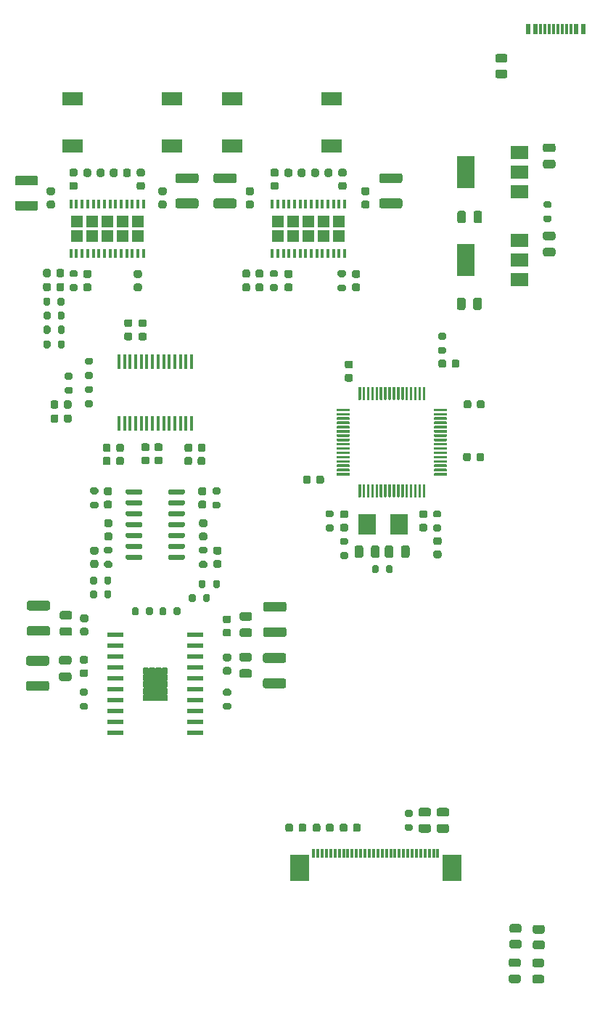
<source format=gbr>
G04 #@! TF.GenerationSoftware,KiCad,Pcbnew,5.1.9*
G04 #@! TF.CreationDate,2021-07-18T09:26:32+08:00*
G04 #@! TF.ProjectId,digital-amplifier2,64696769-7461-46c2-9d61-6d706c696669,rev?*
G04 #@! TF.SameCoordinates,Original*
G04 #@! TF.FileFunction,Paste,Top*
G04 #@! TF.FilePolarity,Positive*
%FSLAX46Y46*%
G04 Gerber Fmt 4.6, Leading zero omitted, Abs format (unit mm)*
G04 Created by KiCad (PCBNEW 5.1.9) date 2021-07-18 09:26:32*
%MOMM*%
%LPD*%
G01*
G04 APERTURE LIST*
%ADD10C,0.152400*%
%ADD11R,1.969999X0.558000*%
%ADD12R,2.789999X3.810000*%
%ADD13R,2.000000X1.500000*%
%ADD14R,2.000000X3.800000*%
%ADD15R,1.400000X1.400000*%
%ADD16R,0.400000X1.100000*%
%ADD17R,2.400000X1.500000*%
%ADD18R,2.300000X3.100000*%
%ADD19R,0.300000X1.100000*%
%ADD20R,0.600000X1.160000*%
%ADD21R,0.300000X1.160000*%
%ADD22R,2.000000X2.400000*%
%ADD23R,0.450000X1.750000*%
G04 APERTURE END LIST*
D10*
X122592370Y-184163640D02*
X122301121Y-184163640D01*
X122592370Y-184712610D02*
X122592370Y-184163640D01*
X122159700Y-184712610D02*
X122592370Y-184712610D01*
X122159700Y-184305061D02*
X122159700Y-184712610D01*
X122159700Y-184305061D02*
X122159700Y-184305061D01*
X122301121Y-184163640D02*
X122159700Y-184305061D01*
X122301121Y-184163640D02*
X122301121Y-184163640D01*
X122592370Y-183376240D02*
X122301121Y-183376240D01*
X122592370Y-183963640D02*
X122592370Y-183376240D01*
X122301121Y-183963640D02*
X122592370Y-183963640D01*
X122301121Y-183963640D02*
X122301121Y-183963640D01*
X122159700Y-183822219D02*
X122301121Y-183963640D01*
X122159700Y-183822219D02*
X122159700Y-183822219D01*
X122159700Y-183517661D02*
X122159700Y-183822219D01*
X122159700Y-183517661D02*
X122159700Y-183517661D01*
X122301121Y-183376240D02*
X122159700Y-183517661D01*
X122301121Y-183376240D02*
X122301121Y-183376240D01*
X122592370Y-182588840D02*
X122301121Y-182588840D01*
X122592370Y-183176240D02*
X122592370Y-182588840D01*
X122301121Y-183176240D02*
X122592370Y-183176240D01*
X122301121Y-183176240D02*
X122301121Y-183176240D01*
X122159700Y-183034819D02*
X122301121Y-183176240D01*
X122159700Y-183034819D02*
X122159700Y-183034819D01*
X122159700Y-182730261D02*
X122159700Y-183034819D01*
X122159700Y-182730261D02*
X122159700Y-182730261D01*
X122301121Y-182588840D02*
X122159700Y-182730261D01*
X122301121Y-182588840D02*
X122301121Y-182588840D01*
X122592370Y-181801440D02*
X122301121Y-181801440D01*
X122592370Y-182388840D02*
X122592370Y-181801440D01*
X122301121Y-182388840D02*
X122592370Y-182388840D01*
X122301121Y-182388840D02*
X122301121Y-182388840D01*
X122159700Y-182247419D02*
X122301121Y-182388840D01*
X122159700Y-182247419D02*
X122159700Y-182247419D01*
X122159700Y-181942861D02*
X122159700Y-182247419D01*
X122159700Y-181942861D02*
X122159700Y-181942861D01*
X122301121Y-181801440D02*
X122159700Y-181942861D01*
X122301121Y-181801440D02*
X122301121Y-181801440D01*
X122592370Y-181052470D02*
X122159700Y-181052470D01*
X122592370Y-181601440D02*
X122592370Y-181052470D01*
X122301121Y-181601440D02*
X122592370Y-181601440D01*
X122301121Y-181601440D02*
X122301121Y-181601440D01*
X122159700Y-181460019D02*
X122301121Y-181601440D01*
X122159700Y-181460019D02*
X122159700Y-181460019D01*
X122159700Y-181052470D02*
X122159700Y-181460019D01*
X121818279Y-184163640D02*
X121513721Y-184163640D01*
X121818279Y-184163640D02*
X121818279Y-184163640D01*
X121959700Y-184305061D02*
X121818279Y-184163640D01*
X121959700Y-184305061D02*
X121959700Y-184305061D01*
X121959700Y-184712610D02*
X121959700Y-184305061D01*
X121372300Y-184712610D02*
X121959700Y-184712610D01*
X121372300Y-184305061D02*
X121372300Y-184712610D01*
X121372300Y-184305061D02*
X121372300Y-184305061D01*
X121513721Y-184163640D02*
X121372300Y-184305061D01*
X121513721Y-184163640D02*
X121513721Y-184163640D01*
X121818279Y-183376240D02*
X121513721Y-183376240D01*
X121818279Y-183376240D02*
X121818279Y-183376240D01*
X121959700Y-183517661D02*
X121818279Y-183376240D01*
X121959700Y-183517661D02*
X121959700Y-183517661D01*
X121959700Y-183822219D02*
X121959700Y-183517661D01*
X121959700Y-183822219D02*
X121959700Y-183822219D01*
X121818279Y-183963640D02*
X121959700Y-183822219D01*
X121818279Y-183963640D02*
X121818279Y-183963640D01*
X121513721Y-183963640D02*
X121818279Y-183963640D01*
X121513721Y-183963640D02*
X121513721Y-183963640D01*
X121372300Y-183822219D02*
X121513721Y-183963640D01*
X121372300Y-183822219D02*
X121372300Y-183822219D01*
X121372300Y-183517661D02*
X121372300Y-183822219D01*
X121372300Y-183517661D02*
X121372300Y-183517661D01*
X121513721Y-183376240D02*
X121372300Y-183517661D01*
X121513721Y-183376240D02*
X121513721Y-183376240D01*
X121818279Y-182588840D02*
X121513721Y-182588840D01*
X121818279Y-182588840D02*
X121818279Y-182588840D01*
X121959700Y-182730261D02*
X121818279Y-182588840D01*
X121959700Y-182730261D02*
X121959700Y-182730261D01*
X121959700Y-183034819D02*
X121959700Y-182730261D01*
X121959700Y-183034819D02*
X121959700Y-183034819D01*
X121818279Y-183176240D02*
X121959700Y-183034819D01*
X121818279Y-183176240D02*
X121818279Y-183176240D01*
X121513721Y-183176240D02*
X121818279Y-183176240D01*
X121513721Y-183176240D02*
X121513721Y-183176240D01*
X121372300Y-183034819D02*
X121513721Y-183176240D01*
X121372300Y-183034819D02*
X121372300Y-183034819D01*
X121372300Y-182730261D02*
X121372300Y-183034819D01*
X121372300Y-182730261D02*
X121372300Y-182730261D01*
X121513721Y-182588840D02*
X121372300Y-182730261D01*
X121513721Y-182588840D02*
X121513721Y-182588840D01*
X121818279Y-181801440D02*
X121513721Y-181801440D01*
X121818279Y-181801440D02*
X121818279Y-181801440D01*
X121959700Y-181942861D02*
X121818279Y-181801440D01*
X121959700Y-181942861D02*
X121959700Y-181942861D01*
X121959700Y-182247419D02*
X121959700Y-181942861D01*
X121959700Y-182247419D02*
X121959700Y-182247419D01*
X121818279Y-182388840D02*
X121959700Y-182247419D01*
X121818279Y-182388840D02*
X121818279Y-182388840D01*
X121513721Y-182388840D02*
X121818279Y-182388840D01*
X121513721Y-182388840D02*
X121513721Y-182388840D01*
X121372300Y-182247419D02*
X121513721Y-182388840D01*
X121372300Y-182247419D02*
X121372300Y-182247419D01*
X121372300Y-181942861D02*
X121372300Y-182247419D01*
X121372300Y-181942861D02*
X121372300Y-181942861D01*
X121513721Y-181801440D02*
X121372300Y-181942861D01*
X121513721Y-181801440D02*
X121513721Y-181801440D01*
X121959700Y-181052470D02*
X121372300Y-181052470D01*
X121959700Y-181460019D02*
X121959700Y-181052470D01*
X121959700Y-181460019D02*
X121959700Y-181460019D01*
X121818279Y-181601440D02*
X121959700Y-181460019D01*
X121818279Y-181601440D02*
X121818279Y-181601440D01*
X121513721Y-181601440D02*
X121818279Y-181601440D01*
X121513721Y-181601440D02*
X121513721Y-181601440D01*
X121372300Y-181460019D02*
X121513721Y-181601440D01*
X121372300Y-181460019D02*
X121372300Y-181460019D01*
X121372300Y-181052470D02*
X121372300Y-181460019D01*
X121030879Y-184163640D02*
X120726321Y-184163640D01*
X121030879Y-184163640D02*
X121030879Y-184163640D01*
X121172300Y-184305061D02*
X121030879Y-184163640D01*
X121172300Y-184305061D02*
X121172300Y-184305061D01*
X121172300Y-184712610D02*
X121172300Y-184305061D01*
X120584900Y-184712610D02*
X121172300Y-184712610D01*
X120584900Y-184305061D02*
X120584900Y-184712610D01*
X120584900Y-184305061D02*
X120584900Y-184305061D01*
X120726321Y-184163640D02*
X120584900Y-184305061D01*
X120726321Y-184163640D02*
X120726321Y-184163640D01*
X121030879Y-183376240D02*
X120726321Y-183376240D01*
X121030879Y-183376240D02*
X121030879Y-183376240D01*
X121172300Y-183517661D02*
X121030879Y-183376240D01*
X121172300Y-183517661D02*
X121172300Y-183517661D01*
X121172300Y-183822219D02*
X121172300Y-183517661D01*
X121172300Y-183822219D02*
X121172300Y-183822219D01*
X121030879Y-183963640D02*
X121172300Y-183822219D01*
X121030879Y-183963640D02*
X121030879Y-183963640D01*
X120726321Y-183963640D02*
X121030879Y-183963640D01*
X120726321Y-183963640D02*
X120726321Y-183963640D01*
X120584900Y-183822219D02*
X120726321Y-183963640D01*
X120584900Y-183822219D02*
X120584900Y-183822219D01*
X120584900Y-183517661D02*
X120584900Y-183822219D01*
X120584900Y-183517661D02*
X120584900Y-183517661D01*
X120726321Y-183376240D02*
X120584900Y-183517661D01*
X120726321Y-183376240D02*
X120726321Y-183376240D01*
X121030879Y-182588840D02*
X120726321Y-182588840D01*
X121030879Y-182588840D02*
X121030879Y-182588840D01*
X121172300Y-182730261D02*
X121030879Y-182588840D01*
X121172300Y-182730261D02*
X121172300Y-182730261D01*
X121172300Y-183034819D02*
X121172300Y-182730261D01*
X121172300Y-183034819D02*
X121172300Y-183034819D01*
X121030879Y-183176240D02*
X121172300Y-183034819D01*
X121030879Y-183176240D02*
X121030879Y-183176240D01*
X120726321Y-183176240D02*
X121030879Y-183176240D01*
X120726321Y-183176240D02*
X120726321Y-183176240D01*
X120584900Y-183034819D02*
X120726321Y-183176240D01*
X120584900Y-183034819D02*
X120584900Y-183034819D01*
X120584900Y-182730261D02*
X120584900Y-183034819D01*
X120584900Y-182730261D02*
X120584900Y-182730261D01*
X120726321Y-182588840D02*
X120584900Y-182730261D01*
X120726321Y-182588840D02*
X120726321Y-182588840D01*
X121030879Y-181801440D02*
X120726321Y-181801440D01*
X121030879Y-181801440D02*
X121030879Y-181801440D01*
X121172300Y-181942861D02*
X121030879Y-181801440D01*
X121172300Y-181942861D02*
X121172300Y-181942861D01*
X121172300Y-182247419D02*
X121172300Y-181942861D01*
X121172300Y-182247419D02*
X121172300Y-182247419D01*
X121030879Y-182388840D02*
X121172300Y-182247419D01*
X121030879Y-182388840D02*
X121030879Y-182388840D01*
X120726321Y-182388840D02*
X121030879Y-182388840D01*
X120726321Y-182388840D02*
X120726321Y-182388840D01*
X120584900Y-182247419D02*
X120726321Y-182388840D01*
X120584900Y-182247419D02*
X120584900Y-182247419D01*
X120584900Y-181942861D02*
X120584900Y-182247419D01*
X120584900Y-181942861D02*
X120584900Y-181942861D01*
X120726321Y-181801440D02*
X120584900Y-181942861D01*
X120726321Y-181801440D02*
X120726321Y-181801440D01*
X121172300Y-181052470D02*
X120584900Y-181052470D01*
X121172300Y-181460019D02*
X121172300Y-181052470D01*
X121172300Y-181460019D02*
X121172300Y-181460019D01*
X121030879Y-181601440D02*
X121172300Y-181460019D01*
X121030879Y-181601440D02*
X121030879Y-181601440D01*
X120726321Y-181601440D02*
X121030879Y-181601440D01*
X120726321Y-181601440D02*
X120726321Y-181601440D01*
X120584900Y-181460019D02*
X120726321Y-181601440D01*
X120584900Y-181460019D02*
X120584900Y-181460019D01*
X120584900Y-181052470D02*
X120584900Y-181460019D01*
X120243479Y-184163640D02*
X119952230Y-184163640D01*
X120243479Y-184163640D02*
X120243479Y-184163640D01*
X120384900Y-184305061D02*
X120243479Y-184163640D01*
X120384900Y-184305061D02*
X120384900Y-184305061D01*
X120384900Y-184712610D02*
X120384900Y-184305061D01*
X119952230Y-184712610D02*
X120384900Y-184712610D01*
X119952230Y-184163640D02*
X119952230Y-184712610D01*
X120243479Y-183376240D02*
X119952230Y-183376240D01*
X120243479Y-183376240D02*
X120243479Y-183376240D01*
X120384900Y-183517661D02*
X120243479Y-183376240D01*
X120384900Y-183517661D02*
X120384900Y-183517661D01*
X120384900Y-183822219D02*
X120384900Y-183517661D01*
X120384900Y-183822219D02*
X120384900Y-183822219D01*
X120243479Y-183963640D02*
X120384900Y-183822219D01*
X120243479Y-183963640D02*
X120243479Y-183963640D01*
X119952230Y-183963640D02*
X120243479Y-183963640D01*
X119952230Y-183376240D02*
X119952230Y-183963640D01*
X120243479Y-182588840D02*
X119952230Y-182588840D01*
X120243479Y-182588840D02*
X120243479Y-182588840D01*
X120384900Y-182730261D02*
X120243479Y-182588840D01*
X120384900Y-182730261D02*
X120384900Y-182730261D01*
X120384900Y-183034819D02*
X120384900Y-182730261D01*
X120384900Y-183034819D02*
X120384900Y-183034819D01*
X120243479Y-183176240D02*
X120384900Y-183034819D01*
X120243479Y-183176240D02*
X120243479Y-183176240D01*
X119952230Y-183176240D02*
X120243479Y-183176240D01*
X119952230Y-182588840D02*
X119952230Y-183176240D01*
X120243479Y-181801440D02*
X119952230Y-181801440D01*
X120243479Y-181801440D02*
X120243479Y-181801440D01*
X120384900Y-181942861D02*
X120243479Y-181801440D01*
X120384900Y-181942861D02*
X120384900Y-181942861D01*
X120384900Y-182247419D02*
X120384900Y-181942861D01*
X120384900Y-182247419D02*
X120384900Y-182247419D01*
X120243479Y-182388840D02*
X120384900Y-182247419D01*
X120243479Y-182388840D02*
X120243479Y-182388840D01*
X119952230Y-182388840D02*
X120243479Y-182388840D01*
X119952230Y-181801440D02*
X119952230Y-182388840D01*
X120384900Y-181052470D02*
X119952230Y-181052470D01*
X120384900Y-181460019D02*
X120384900Y-181052470D01*
X120384900Y-181460019D02*
X120384900Y-181460019D01*
X120243479Y-181601440D02*
X120384900Y-181460019D01*
X120243479Y-181601440D02*
X120243479Y-181601440D01*
X119952230Y-181601440D02*
X120243479Y-181601440D01*
X119952230Y-181052470D02*
X119952230Y-181601440D01*
G36*
G01*
X118372700Y-141252060D02*
X117872700Y-141252060D01*
G75*
G02*
X117647700Y-141027060I0J225000D01*
G01*
X117647700Y-140577060D01*
G75*
G02*
X117872700Y-140352060I225000J0D01*
G01*
X118372700Y-140352060D01*
G75*
G02*
X118597700Y-140577060I0J-225000D01*
G01*
X118597700Y-141027060D01*
G75*
G02*
X118372700Y-141252060I-225000J0D01*
G01*
G37*
G36*
G01*
X118372700Y-142802060D02*
X117872700Y-142802060D01*
G75*
G02*
X117647700Y-142577060I0J225000D01*
G01*
X117647700Y-142127060D01*
G75*
G02*
X117872700Y-141902060I225000J0D01*
G01*
X118372700Y-141902060D01*
G75*
G02*
X118597700Y-142127060I0J-225000D01*
G01*
X118597700Y-142577060D01*
G75*
G02*
X118372700Y-142802060I-225000J0D01*
G01*
G37*
G36*
G01*
X155861900Y-145779300D02*
X155861900Y-145279300D01*
G75*
G02*
X156086900Y-145054300I225000J0D01*
G01*
X156536900Y-145054300D01*
G75*
G02*
X156761900Y-145279300I0J-225000D01*
G01*
X156761900Y-145779300D01*
G75*
G02*
X156536900Y-146004300I-225000J0D01*
G01*
X156086900Y-146004300D01*
G75*
G02*
X155861900Y-145779300I0J225000D01*
G01*
G37*
G36*
G01*
X154311900Y-145779300D02*
X154311900Y-145279300D01*
G75*
G02*
X154536900Y-145054300I225000J0D01*
G01*
X154986900Y-145054300D01*
G75*
G02*
X155211900Y-145279300I0J-225000D01*
G01*
X155211900Y-145779300D01*
G75*
G02*
X154986900Y-146004300I-225000J0D01*
G01*
X154536900Y-146004300D01*
G75*
G02*
X154311900Y-145779300I0J225000D01*
G01*
G37*
G36*
G01*
X137353160Y-199386120D02*
X137353160Y-199886120D01*
G75*
G02*
X137128160Y-200111120I-225000J0D01*
G01*
X136678160Y-200111120D01*
G75*
G02*
X136453160Y-199886120I0J225000D01*
G01*
X136453160Y-199386120D01*
G75*
G02*
X136678160Y-199161120I225000J0D01*
G01*
X137128160Y-199161120D01*
G75*
G02*
X137353160Y-199386120I0J-225000D01*
G01*
G37*
G36*
G01*
X138903160Y-199386120D02*
X138903160Y-199886120D01*
G75*
G02*
X138678160Y-200111120I-225000J0D01*
G01*
X138228160Y-200111120D01*
G75*
G02*
X138003160Y-199886120I0J225000D01*
G01*
X138003160Y-199386120D01*
G75*
G02*
X138228160Y-199161120I225000J0D01*
G01*
X138678160Y-199161120D01*
G75*
G02*
X138903160Y-199386120I0J-225000D01*
G01*
G37*
G36*
G01*
X141193400Y-199883840D02*
X141193400Y-199383840D01*
G75*
G02*
X141418400Y-199158840I225000J0D01*
G01*
X141868400Y-199158840D01*
G75*
G02*
X142093400Y-199383840I0J-225000D01*
G01*
X142093400Y-199883840D01*
G75*
G02*
X141868400Y-200108840I-225000J0D01*
G01*
X141418400Y-200108840D01*
G75*
G02*
X141193400Y-199883840I0J225000D01*
G01*
G37*
G36*
G01*
X139643400Y-199883840D02*
X139643400Y-199383840D01*
G75*
G02*
X139868400Y-199158840I225000J0D01*
G01*
X140318400Y-199158840D01*
G75*
G02*
X140543400Y-199383840I0J-225000D01*
G01*
X140543400Y-199883840D01*
G75*
G02*
X140318400Y-200108840I-225000J0D01*
G01*
X139868400Y-200108840D01*
G75*
G02*
X139643400Y-199883840I0J225000D01*
G01*
G37*
G36*
G01*
X136564560Y-136179440D02*
X137064560Y-136179440D01*
G75*
G02*
X137289560Y-136404440I0J-225000D01*
G01*
X137289560Y-136854440D01*
G75*
G02*
X137064560Y-137079440I-225000J0D01*
G01*
X136564560Y-137079440D01*
G75*
G02*
X136339560Y-136854440I0J225000D01*
G01*
X136339560Y-136404440D01*
G75*
G02*
X136564560Y-136179440I225000J0D01*
G01*
G37*
G36*
G01*
X136564560Y-134629440D02*
X137064560Y-134629440D01*
G75*
G02*
X137289560Y-134854440I0J-225000D01*
G01*
X137289560Y-135304440D01*
G75*
G02*
X137064560Y-135529440I-225000J0D01*
G01*
X136564560Y-135529440D01*
G75*
G02*
X136339560Y-135304440I0J225000D01*
G01*
X136339560Y-134854440D01*
G75*
G02*
X136564560Y-134629440I225000J0D01*
G01*
G37*
G36*
G01*
X144462440Y-136179440D02*
X144962440Y-136179440D01*
G75*
G02*
X145187440Y-136404440I0J-225000D01*
G01*
X145187440Y-136854440D01*
G75*
G02*
X144962440Y-137079440I-225000J0D01*
G01*
X144462440Y-137079440D01*
G75*
G02*
X144237440Y-136854440I0J225000D01*
G01*
X144237440Y-136404440D01*
G75*
G02*
X144462440Y-136179440I225000J0D01*
G01*
G37*
G36*
G01*
X144462440Y-134629440D02*
X144962440Y-134629440D01*
G75*
G02*
X145187440Y-134854440I0J-225000D01*
G01*
X145187440Y-135304440D01*
G75*
G02*
X144962440Y-135529440I-225000J0D01*
G01*
X144462440Y-135529440D01*
G75*
G02*
X144237440Y-135304440I0J225000D01*
G01*
X144237440Y-134854440D01*
G75*
G02*
X144462440Y-134629440I225000J0D01*
G01*
G37*
G36*
G01*
X113105120Y-136179440D02*
X113605120Y-136179440D01*
G75*
G02*
X113830120Y-136404440I0J-225000D01*
G01*
X113830120Y-136854440D01*
G75*
G02*
X113605120Y-137079440I-225000J0D01*
G01*
X113105120Y-137079440D01*
G75*
G02*
X112880120Y-136854440I0J225000D01*
G01*
X112880120Y-136404440D01*
G75*
G02*
X113105120Y-136179440I225000J0D01*
G01*
G37*
G36*
G01*
X113105120Y-134629440D02*
X113605120Y-134629440D01*
G75*
G02*
X113830120Y-134854440I0J-225000D01*
G01*
X113830120Y-135304440D01*
G75*
G02*
X113605120Y-135529440I-225000J0D01*
G01*
X113105120Y-135529440D01*
G75*
G02*
X112880120Y-135304440I0J225000D01*
G01*
X112880120Y-134854440D01*
G75*
G02*
X113105120Y-134629440I225000J0D01*
G01*
G37*
G36*
G01*
X118985220Y-136179440D02*
X119485220Y-136179440D01*
G75*
G02*
X119710220Y-136404440I0J-225000D01*
G01*
X119710220Y-136854440D01*
G75*
G02*
X119485220Y-137079440I-225000J0D01*
G01*
X118985220Y-137079440D01*
G75*
G02*
X118760220Y-136854440I0J225000D01*
G01*
X118760220Y-136404440D01*
G75*
G02*
X118985220Y-136179440I225000J0D01*
G01*
G37*
G36*
G01*
X118985220Y-134629440D02*
X119485220Y-134629440D01*
G75*
G02*
X119710220Y-134854440I0J-225000D01*
G01*
X119710220Y-135304440D01*
G75*
G02*
X119485220Y-135529440I-225000J0D01*
G01*
X118985220Y-135529440D01*
G75*
G02*
X118760220Y-135304440I0J225000D01*
G01*
X118760220Y-134854440D01*
G75*
G02*
X118985220Y-134629440I225000J0D01*
G01*
G37*
G36*
G01*
X132331580Y-136390000D02*
X132331580Y-136890000D01*
G75*
G02*
X132106580Y-137115000I-225000J0D01*
G01*
X131656580Y-137115000D01*
G75*
G02*
X131431580Y-136890000I0J225000D01*
G01*
X131431580Y-136390000D01*
G75*
G02*
X131656580Y-136165000I225000J0D01*
G01*
X132106580Y-136165000D01*
G75*
G02*
X132331580Y-136390000I0J-225000D01*
G01*
G37*
G36*
G01*
X133881580Y-136390000D02*
X133881580Y-136890000D01*
G75*
G02*
X133656580Y-137115000I-225000J0D01*
G01*
X133206580Y-137115000D01*
G75*
G02*
X132981580Y-136890000I0J225000D01*
G01*
X132981580Y-136390000D01*
G75*
G02*
X133206580Y-136165000I225000J0D01*
G01*
X133656580Y-136165000D01*
G75*
G02*
X133881580Y-136390000I0J-225000D01*
G01*
G37*
G36*
G01*
X109088040Y-136354440D02*
X109088040Y-136854440D01*
G75*
G02*
X108863040Y-137079440I-225000J0D01*
G01*
X108413040Y-137079440D01*
G75*
G02*
X108188040Y-136854440I0J225000D01*
G01*
X108188040Y-136354440D01*
G75*
G02*
X108413040Y-136129440I225000J0D01*
G01*
X108863040Y-136129440D01*
G75*
G02*
X109088040Y-136354440I0J-225000D01*
G01*
G37*
G36*
G01*
X110638040Y-136354440D02*
X110638040Y-136854440D01*
G75*
G02*
X110413040Y-137079440I-225000J0D01*
G01*
X109963040Y-137079440D01*
G75*
G02*
X109738040Y-136854440I0J225000D01*
G01*
X109738040Y-136354440D01*
G75*
G02*
X109963040Y-136129440I225000J0D01*
G01*
X110413040Y-136129440D01*
G75*
G02*
X110638040Y-136354440I0J-225000D01*
G01*
G37*
G36*
G01*
X115546060Y-165226880D02*
X116046060Y-165226880D01*
G75*
G02*
X116271060Y-165451880I0J-225000D01*
G01*
X116271060Y-165901880D01*
G75*
G02*
X116046060Y-166126880I-225000J0D01*
G01*
X115546060Y-166126880D01*
G75*
G02*
X115321060Y-165901880I0J225000D01*
G01*
X115321060Y-165451880D01*
G75*
G02*
X115546060Y-165226880I225000J0D01*
G01*
G37*
G36*
G01*
X115546060Y-163676880D02*
X116046060Y-163676880D01*
G75*
G02*
X116271060Y-163901880I0J-225000D01*
G01*
X116271060Y-164351880D01*
G75*
G02*
X116046060Y-164576880I-225000J0D01*
G01*
X115546060Y-164576880D01*
G75*
G02*
X115321060Y-164351880I0J225000D01*
G01*
X115321060Y-163901880D01*
G75*
G02*
X115546060Y-163676880I225000J0D01*
G01*
G37*
G36*
G01*
X126617920Y-165226880D02*
X127117920Y-165226880D01*
G75*
G02*
X127342920Y-165451880I0J-225000D01*
G01*
X127342920Y-165901880D01*
G75*
G02*
X127117920Y-166126880I-225000J0D01*
G01*
X126617920Y-166126880D01*
G75*
G02*
X126392920Y-165901880I0J225000D01*
G01*
X126392920Y-165451880D01*
G75*
G02*
X126617920Y-165226880I225000J0D01*
G01*
G37*
G36*
G01*
X126617920Y-163676880D02*
X127117920Y-163676880D01*
G75*
G02*
X127342920Y-163901880I0J-225000D01*
G01*
X127342920Y-164351880D01*
G75*
G02*
X127117920Y-164576880I-225000J0D01*
G01*
X126617920Y-164576880D01*
G75*
G02*
X126392920Y-164351880I0J225000D01*
G01*
X126392920Y-163901880D01*
G75*
G02*
X126617920Y-163676880I225000J0D01*
G01*
G37*
G36*
G01*
X129886520Y-175793520D02*
X129386520Y-175793520D01*
G75*
G02*
X129161520Y-175568520I0J225000D01*
G01*
X129161520Y-175118520D01*
G75*
G02*
X129386520Y-174893520I225000J0D01*
G01*
X129886520Y-174893520D01*
G75*
G02*
X130111520Y-175118520I0J-225000D01*
G01*
X130111520Y-175568520D01*
G75*
G02*
X129886520Y-175793520I-225000J0D01*
G01*
G37*
G36*
G01*
X129886520Y-177343520D02*
X129386520Y-177343520D01*
G75*
G02*
X129161520Y-177118520I0J225000D01*
G01*
X129161520Y-176668520D01*
G75*
G02*
X129386520Y-176443520I225000J0D01*
G01*
X129886520Y-176443520D01*
G75*
G02*
X130111520Y-176668520I0J-225000D01*
G01*
X130111520Y-177118520D01*
G75*
G02*
X129886520Y-177343520I-225000J0D01*
G01*
G37*
G36*
G01*
X113234280Y-175671600D02*
X112734280Y-175671600D01*
G75*
G02*
X112509280Y-175446600I0J225000D01*
G01*
X112509280Y-174996600D01*
G75*
G02*
X112734280Y-174771600I225000J0D01*
G01*
X113234280Y-174771600D01*
G75*
G02*
X113459280Y-174996600I0J-225000D01*
G01*
X113459280Y-175446600D01*
G75*
G02*
X113234280Y-175671600I-225000J0D01*
G01*
G37*
G36*
G01*
X113234280Y-177221600D02*
X112734280Y-177221600D01*
G75*
G02*
X112509280Y-176996600I0J225000D01*
G01*
X112509280Y-176546600D01*
G75*
G02*
X112734280Y-176321600I225000J0D01*
G01*
X113234280Y-176321600D01*
G75*
G02*
X113459280Y-176546600I0J-225000D01*
G01*
X113459280Y-176996600D01*
G75*
G02*
X113234280Y-177221600I-225000J0D01*
G01*
G37*
G36*
G01*
X112693640Y-181157760D02*
X113193640Y-181157760D01*
G75*
G02*
X113418640Y-181382760I0J-225000D01*
G01*
X113418640Y-181832760D01*
G75*
G02*
X113193640Y-182057760I-225000J0D01*
G01*
X112693640Y-182057760D01*
G75*
G02*
X112468640Y-181832760I0J225000D01*
G01*
X112468640Y-181382760D01*
G75*
G02*
X112693640Y-181157760I225000J0D01*
G01*
G37*
G36*
G01*
X112693640Y-179607760D02*
X113193640Y-179607760D01*
G75*
G02*
X113418640Y-179832760I0J-225000D01*
G01*
X113418640Y-180282760D01*
G75*
G02*
X113193640Y-180507760I-225000J0D01*
G01*
X112693640Y-180507760D01*
G75*
G02*
X112468640Y-180282760I0J225000D01*
G01*
X112468640Y-179832760D01*
G75*
G02*
X112693640Y-179607760I225000J0D01*
G01*
G37*
G36*
G01*
X129406840Y-180883440D02*
X129906840Y-180883440D01*
G75*
G02*
X130131840Y-181108440I0J-225000D01*
G01*
X130131840Y-181558440D01*
G75*
G02*
X129906840Y-181783440I-225000J0D01*
G01*
X129406840Y-181783440D01*
G75*
G02*
X129181840Y-181558440I0J225000D01*
G01*
X129181840Y-181108440D01*
G75*
G02*
X129406840Y-180883440I225000J0D01*
G01*
G37*
G36*
G01*
X129406840Y-179333440D02*
X129906840Y-179333440D01*
G75*
G02*
X130131840Y-179558440I0J-225000D01*
G01*
X130131840Y-180008440D01*
G75*
G02*
X129906840Y-180233440I-225000J0D01*
G01*
X129406840Y-180233440D01*
G75*
G02*
X129181840Y-180008440I0J225000D01*
G01*
X129181840Y-179558440D01*
G75*
G02*
X129406840Y-179333440I225000J0D01*
G01*
G37*
G36*
G01*
X120041480Y-141269840D02*
X119541480Y-141269840D01*
G75*
G02*
X119316480Y-141044840I0J225000D01*
G01*
X119316480Y-140594840D01*
G75*
G02*
X119541480Y-140369840I225000J0D01*
G01*
X120041480Y-140369840D01*
G75*
G02*
X120266480Y-140594840I0J-225000D01*
G01*
X120266480Y-141044840D01*
G75*
G02*
X120041480Y-141269840I-225000J0D01*
G01*
G37*
G36*
G01*
X120041480Y-142819840D02*
X119541480Y-142819840D01*
G75*
G02*
X119316480Y-142594840I0J225000D01*
G01*
X119316480Y-142144840D01*
G75*
G02*
X119541480Y-141919840I225000J0D01*
G01*
X120041480Y-141919840D01*
G75*
G02*
X120266480Y-142144840I0J-225000D01*
G01*
X120266480Y-142594840D01*
G75*
G02*
X120041480Y-142819840I-225000J0D01*
G01*
G37*
G36*
G01*
X140380840Y-123030740D02*
X140380840Y-123530740D01*
G75*
G02*
X140155840Y-123755740I-225000J0D01*
G01*
X139705840Y-123755740D01*
G75*
G02*
X139480840Y-123530740I0J225000D01*
G01*
X139480840Y-123030740D01*
G75*
G02*
X139705840Y-122805740I225000J0D01*
G01*
X140155840Y-122805740D01*
G75*
G02*
X140380840Y-123030740I0J-225000D01*
G01*
G37*
G36*
G01*
X141930840Y-123030740D02*
X141930840Y-123530740D01*
G75*
G02*
X141705840Y-123755740I-225000J0D01*
G01*
X141255840Y-123755740D01*
G75*
G02*
X141030840Y-123530740I0J225000D01*
G01*
X141030840Y-123030740D01*
G75*
G02*
X141255840Y-122805740I225000J0D01*
G01*
X141705840Y-122805740D01*
G75*
G02*
X141930840Y-123030740I0J-225000D01*
G01*
G37*
G36*
G01*
X143366300Y-123705740D02*
X142866300Y-123705740D01*
G75*
G02*
X142641300Y-123480740I0J225000D01*
G01*
X142641300Y-123030740D01*
G75*
G02*
X142866300Y-122805740I225000J0D01*
G01*
X143366300Y-122805740D01*
G75*
G02*
X143591300Y-123030740I0J-225000D01*
G01*
X143591300Y-123480740D01*
G75*
G02*
X143366300Y-123705740I-225000J0D01*
G01*
G37*
G36*
G01*
X143366300Y-125255740D02*
X142866300Y-125255740D01*
G75*
G02*
X142641300Y-125030740I0J225000D01*
G01*
X142641300Y-124580740D01*
G75*
G02*
X142866300Y-124355740I225000J0D01*
G01*
X143366300Y-124355740D01*
G75*
G02*
X143591300Y-124580740I0J-225000D01*
G01*
X143591300Y-125030740D01*
G75*
G02*
X143366300Y-125255740I-225000J0D01*
G01*
G37*
G36*
G01*
X137904100Y-123530740D02*
X137904100Y-123030740D01*
G75*
G02*
X138129100Y-122805740I225000J0D01*
G01*
X138579100Y-122805740D01*
G75*
G02*
X138804100Y-123030740I0J-225000D01*
G01*
X138804100Y-123530740D01*
G75*
G02*
X138579100Y-123755740I-225000J0D01*
G01*
X138129100Y-123755740D01*
G75*
G02*
X137904100Y-123530740I0J225000D01*
G01*
G37*
G36*
G01*
X136354100Y-123530740D02*
X136354100Y-123030740D01*
G75*
G02*
X136579100Y-122805740I225000J0D01*
G01*
X137029100Y-122805740D01*
G75*
G02*
X137254100Y-123030740I0J-225000D01*
G01*
X137254100Y-123530740D01*
G75*
G02*
X137029100Y-123755740I-225000J0D01*
G01*
X136579100Y-123755740D01*
G75*
G02*
X136354100Y-123530740I0J225000D01*
G01*
G37*
G36*
G01*
X135441500Y-123705740D02*
X134941500Y-123705740D01*
G75*
G02*
X134716500Y-123480740I0J225000D01*
G01*
X134716500Y-123030740D01*
G75*
G02*
X134941500Y-122805740I225000J0D01*
G01*
X135441500Y-122805740D01*
G75*
G02*
X135666500Y-123030740I0J-225000D01*
G01*
X135666500Y-123480740D01*
G75*
G02*
X135441500Y-123705740I-225000J0D01*
G01*
G37*
G36*
G01*
X135441500Y-125255740D02*
X134941500Y-125255740D01*
G75*
G02*
X134716500Y-125030740I0J225000D01*
G01*
X134716500Y-124580740D01*
G75*
G02*
X134941500Y-124355740I225000J0D01*
G01*
X135441500Y-124355740D01*
G75*
G02*
X135666500Y-124580740I0J-225000D01*
G01*
X135666500Y-125030740D01*
G75*
G02*
X135441500Y-125255740I-225000J0D01*
G01*
G37*
G36*
G01*
X116880760Y-123028900D02*
X116880760Y-123528900D01*
G75*
G02*
X116655760Y-123753900I-225000J0D01*
G01*
X116205760Y-123753900D01*
G75*
G02*
X115980760Y-123528900I0J225000D01*
G01*
X115980760Y-123028900D01*
G75*
G02*
X116205760Y-122803900I225000J0D01*
G01*
X116655760Y-122803900D01*
G75*
G02*
X116880760Y-123028900I0J-225000D01*
G01*
G37*
G36*
G01*
X118430760Y-123028900D02*
X118430760Y-123528900D01*
G75*
G02*
X118205760Y-123753900I-225000J0D01*
G01*
X117755760Y-123753900D01*
G75*
G02*
X117530760Y-123528900I0J225000D01*
G01*
X117530760Y-123028900D01*
G75*
G02*
X117755760Y-122803900I225000J0D01*
G01*
X118205760Y-122803900D01*
G75*
G02*
X118430760Y-123028900I0J-225000D01*
G01*
G37*
G36*
G01*
X119837520Y-123705740D02*
X119337520Y-123705740D01*
G75*
G02*
X119112520Y-123480740I0J225000D01*
G01*
X119112520Y-123030740D01*
G75*
G02*
X119337520Y-122805740I225000J0D01*
G01*
X119837520Y-122805740D01*
G75*
G02*
X120062520Y-123030740I0J-225000D01*
G01*
X120062520Y-123480740D01*
G75*
G02*
X119837520Y-123705740I-225000J0D01*
G01*
G37*
G36*
G01*
X119837520Y-125255740D02*
X119337520Y-125255740D01*
G75*
G02*
X119112520Y-125030740I0J225000D01*
G01*
X119112520Y-124580740D01*
G75*
G02*
X119337520Y-124355740I225000J0D01*
G01*
X119837520Y-124355740D01*
G75*
G02*
X120062520Y-124580740I0J-225000D01*
G01*
X120062520Y-125030740D01*
G75*
G02*
X119837520Y-125255740I-225000J0D01*
G01*
G37*
G36*
G01*
X114442120Y-123528900D02*
X114442120Y-123028900D01*
G75*
G02*
X114667120Y-122803900I225000J0D01*
G01*
X115117120Y-122803900D01*
G75*
G02*
X115342120Y-123028900I0J-225000D01*
G01*
X115342120Y-123528900D01*
G75*
G02*
X115117120Y-123753900I-225000J0D01*
G01*
X114667120Y-123753900D01*
G75*
G02*
X114442120Y-123528900I0J225000D01*
G01*
G37*
G36*
G01*
X112892120Y-123528900D02*
X112892120Y-123028900D01*
G75*
G02*
X113117120Y-122803900I225000J0D01*
G01*
X113567120Y-122803900D01*
G75*
G02*
X113792120Y-123028900I0J-225000D01*
G01*
X113792120Y-123528900D01*
G75*
G02*
X113567120Y-123753900I-225000J0D01*
G01*
X113117120Y-123753900D01*
G75*
G02*
X112892120Y-123528900I0J225000D01*
G01*
G37*
G36*
G01*
X111982820Y-123705740D02*
X111482820Y-123705740D01*
G75*
G02*
X111257820Y-123480740I0J225000D01*
G01*
X111257820Y-123030740D01*
G75*
G02*
X111482820Y-122805740I225000J0D01*
G01*
X111982820Y-122805740D01*
G75*
G02*
X112207820Y-123030740I0J-225000D01*
G01*
X112207820Y-123480740D01*
G75*
G02*
X111982820Y-123705740I-225000J0D01*
G01*
G37*
G36*
G01*
X111982820Y-125255740D02*
X111482820Y-125255740D01*
G75*
G02*
X111257820Y-125030740I0J225000D01*
G01*
X111257820Y-124580740D01*
G75*
G02*
X111482820Y-124355740I225000J0D01*
G01*
X111982820Y-124355740D01*
G75*
G02*
X112207820Y-124580740I0J-225000D01*
G01*
X112207820Y-125030740D01*
G75*
G02*
X111982820Y-125255740I-225000J0D01*
G01*
G37*
G36*
G01*
X132331580Y-134781480D02*
X132331580Y-135281480D01*
G75*
G02*
X132106580Y-135506480I-225000J0D01*
G01*
X131656580Y-135506480D01*
G75*
G02*
X131431580Y-135281480I0J225000D01*
G01*
X131431580Y-134781480D01*
G75*
G02*
X131656580Y-134556480I225000J0D01*
G01*
X132106580Y-134556480D01*
G75*
G02*
X132331580Y-134781480I0J-225000D01*
G01*
G37*
G36*
G01*
X133881580Y-134781480D02*
X133881580Y-135281480D01*
G75*
G02*
X133656580Y-135506480I-225000J0D01*
G01*
X133206580Y-135506480D01*
G75*
G02*
X132981580Y-135281480I0J225000D01*
G01*
X132981580Y-134781480D01*
G75*
G02*
X133206580Y-134556480I225000J0D01*
G01*
X133656580Y-134556480D01*
G75*
G02*
X133881580Y-134781480I0J-225000D01*
G01*
G37*
G36*
G01*
X108832840Y-126524480D02*
X109332840Y-126524480D01*
G75*
G02*
X109557840Y-126749480I0J-225000D01*
G01*
X109557840Y-127199480D01*
G75*
G02*
X109332840Y-127424480I-225000J0D01*
G01*
X108832840Y-127424480D01*
G75*
G02*
X108607840Y-127199480I0J225000D01*
G01*
X108607840Y-126749480D01*
G75*
G02*
X108832840Y-126524480I225000J0D01*
G01*
G37*
G36*
G01*
X108832840Y-124974480D02*
X109332840Y-124974480D01*
G75*
G02*
X109557840Y-125199480I0J-225000D01*
G01*
X109557840Y-125649480D01*
G75*
G02*
X109332840Y-125874480I-225000J0D01*
G01*
X108832840Y-125874480D01*
G75*
G02*
X108607840Y-125649480I0J225000D01*
G01*
X108607840Y-125199480D01*
G75*
G02*
X108832840Y-124974480I225000J0D01*
G01*
G37*
G36*
G01*
X132058600Y-126524480D02*
X132558600Y-126524480D01*
G75*
G02*
X132783600Y-126749480I0J-225000D01*
G01*
X132783600Y-127199480D01*
G75*
G02*
X132558600Y-127424480I-225000J0D01*
G01*
X132058600Y-127424480D01*
G75*
G02*
X131833600Y-127199480I0J225000D01*
G01*
X131833600Y-126749480D01*
G75*
G02*
X132058600Y-126524480I225000J0D01*
G01*
G37*
G36*
G01*
X132058600Y-124974480D02*
X132558600Y-124974480D01*
G75*
G02*
X132783600Y-125199480I0J-225000D01*
G01*
X132783600Y-125649480D01*
G75*
G02*
X132558600Y-125874480I-225000J0D01*
G01*
X132058600Y-125874480D01*
G75*
G02*
X131833600Y-125649480I0J225000D01*
G01*
X131833600Y-125199480D01*
G75*
G02*
X132058600Y-124974480I225000J0D01*
G01*
G37*
G36*
G01*
X121868120Y-126524480D02*
X122368120Y-126524480D01*
G75*
G02*
X122593120Y-126749480I0J-225000D01*
G01*
X122593120Y-127199480D01*
G75*
G02*
X122368120Y-127424480I-225000J0D01*
G01*
X121868120Y-127424480D01*
G75*
G02*
X121643120Y-127199480I0J225000D01*
G01*
X121643120Y-126749480D01*
G75*
G02*
X121868120Y-126524480I225000J0D01*
G01*
G37*
G36*
G01*
X121868120Y-124974480D02*
X122368120Y-124974480D01*
G75*
G02*
X122593120Y-125199480I0J-225000D01*
G01*
X122593120Y-125649480D01*
G75*
G02*
X122368120Y-125874480I-225000J0D01*
G01*
X121868120Y-125874480D01*
G75*
G02*
X121643120Y-125649480I0J225000D01*
G01*
X121643120Y-125199480D01*
G75*
G02*
X121868120Y-124974480I225000J0D01*
G01*
G37*
G36*
G01*
X145540920Y-126524480D02*
X146040920Y-126524480D01*
G75*
G02*
X146265920Y-126749480I0J-225000D01*
G01*
X146265920Y-127199480D01*
G75*
G02*
X146040920Y-127424480I-225000J0D01*
G01*
X145540920Y-127424480D01*
G75*
G02*
X145315920Y-127199480I0J225000D01*
G01*
X145315920Y-126749480D01*
G75*
G02*
X145540920Y-126524480I225000J0D01*
G01*
G37*
G36*
G01*
X145540920Y-124974480D02*
X146040920Y-124974480D01*
G75*
G02*
X146265920Y-125199480I0J-225000D01*
G01*
X146265920Y-125649480D01*
G75*
G02*
X146040920Y-125874480I-225000J0D01*
G01*
X145540920Y-125874480D01*
G75*
G02*
X145315920Y-125649480I0J225000D01*
G01*
X145315920Y-125199480D01*
G75*
G02*
X145540920Y-124974480I225000J0D01*
G01*
G37*
G36*
G01*
X109090580Y-134715440D02*
X109090580Y-135215440D01*
G75*
G02*
X108865580Y-135440440I-225000J0D01*
G01*
X108415580Y-135440440D01*
G75*
G02*
X108190580Y-135215440I0J225000D01*
G01*
X108190580Y-134715440D01*
G75*
G02*
X108415580Y-134490440I225000J0D01*
G01*
X108865580Y-134490440D01*
G75*
G02*
X109090580Y-134715440I0J-225000D01*
G01*
G37*
G36*
G01*
X110640580Y-134715440D02*
X110640580Y-135215440D01*
G75*
G02*
X110415580Y-135440440I-225000J0D01*
G01*
X109965580Y-135440440D01*
G75*
G02*
X109740580Y-135215440I0J225000D01*
G01*
X109740580Y-134715440D01*
G75*
G02*
X109965580Y-134490440I225000J0D01*
G01*
X110415580Y-134490440D01*
G75*
G02*
X110640580Y-134715440I0J-225000D01*
G01*
G37*
G36*
G01*
X144353160Y-199883840D02*
X144353160Y-199383840D01*
G75*
G02*
X144578160Y-199158840I225000J0D01*
G01*
X145028160Y-199158840D01*
G75*
G02*
X145253160Y-199383840I0J-225000D01*
G01*
X145253160Y-199883840D01*
G75*
G02*
X145028160Y-200108840I-225000J0D01*
G01*
X144578160Y-200108840D01*
G75*
G02*
X144353160Y-199883840I0J225000D01*
G01*
G37*
G36*
G01*
X142803160Y-199883840D02*
X142803160Y-199383840D01*
G75*
G02*
X143028160Y-199158840I225000J0D01*
G01*
X143478160Y-199158840D01*
G75*
G02*
X143703160Y-199383840I0J-225000D01*
G01*
X143703160Y-199883840D01*
G75*
G02*
X143478160Y-200108840I-225000J0D01*
G01*
X143028160Y-200108840D01*
G75*
G02*
X142803160Y-199883840I0J225000D01*
G01*
G37*
G36*
G01*
X126513780Y-161509660D02*
X127013780Y-161509660D01*
G75*
G02*
X127238780Y-161734660I0J-225000D01*
G01*
X127238780Y-162184660D01*
G75*
G02*
X127013780Y-162409660I-225000J0D01*
G01*
X126513780Y-162409660D01*
G75*
G02*
X126288780Y-162184660I0J225000D01*
G01*
X126288780Y-161734660D01*
G75*
G02*
X126513780Y-161509660I225000J0D01*
G01*
G37*
G36*
G01*
X126513780Y-159959660D02*
X127013780Y-159959660D01*
G75*
G02*
X127238780Y-160184660I0J-225000D01*
G01*
X127238780Y-160634660D01*
G75*
G02*
X127013780Y-160859660I-225000J0D01*
G01*
X126513780Y-160859660D01*
G75*
G02*
X126288780Y-160634660I0J225000D01*
G01*
X126288780Y-160184660D01*
G75*
G02*
X126513780Y-159959660I225000J0D01*
G01*
G37*
G36*
G01*
X115505420Y-161509660D02*
X116005420Y-161509660D01*
G75*
G02*
X116230420Y-161734660I0J-225000D01*
G01*
X116230420Y-162184660D01*
G75*
G02*
X116005420Y-162409660I-225000J0D01*
G01*
X115505420Y-162409660D01*
G75*
G02*
X115280420Y-162184660I0J225000D01*
G01*
X115280420Y-161734660D01*
G75*
G02*
X115505420Y-161509660I225000J0D01*
G01*
G37*
G36*
G01*
X115505420Y-159959660D02*
X116005420Y-159959660D01*
G75*
G02*
X116230420Y-160184660I0J-225000D01*
G01*
X116230420Y-160634660D01*
G75*
G02*
X116005420Y-160859660I-225000J0D01*
G01*
X115505420Y-160859660D01*
G75*
G02*
X115280420Y-160634660I0J225000D01*
G01*
X115280420Y-160184660D01*
G75*
G02*
X115505420Y-159959660I225000J0D01*
G01*
G37*
G36*
G01*
X114412840Y-167777280D02*
X113912840Y-167777280D01*
G75*
G02*
X113687840Y-167552280I0J225000D01*
G01*
X113687840Y-167102280D01*
G75*
G02*
X113912840Y-166877280I225000J0D01*
G01*
X114412840Y-166877280D01*
G75*
G02*
X114637840Y-167102280I0J-225000D01*
G01*
X114637840Y-167552280D01*
G75*
G02*
X114412840Y-167777280I-225000J0D01*
G01*
G37*
G36*
G01*
X114412840Y-169327280D02*
X113912840Y-169327280D01*
G75*
G02*
X113687840Y-169102280I0J225000D01*
G01*
X113687840Y-168652280D01*
G75*
G02*
X113912840Y-168427280I225000J0D01*
G01*
X114412840Y-168427280D01*
G75*
G02*
X114637840Y-168652280I0J-225000D01*
G01*
X114637840Y-169102280D01*
G75*
G02*
X114412840Y-169327280I-225000J0D01*
G01*
G37*
G36*
G01*
X128776540Y-167777280D02*
X128276540Y-167777280D01*
G75*
G02*
X128051540Y-167552280I0J225000D01*
G01*
X128051540Y-167102280D01*
G75*
G02*
X128276540Y-166877280I225000J0D01*
G01*
X128776540Y-166877280D01*
G75*
G02*
X129001540Y-167102280I0J-225000D01*
G01*
X129001540Y-167552280D01*
G75*
G02*
X128776540Y-167777280I-225000J0D01*
G01*
G37*
G36*
G01*
X128776540Y-169327280D02*
X128276540Y-169327280D01*
G75*
G02*
X128051540Y-169102280I0J225000D01*
G01*
X128051540Y-168652280D01*
G75*
G02*
X128276540Y-168427280I225000J0D01*
G01*
X128776540Y-168427280D01*
G75*
G02*
X129001540Y-168652280I0J-225000D01*
G01*
X129001540Y-169102280D01*
G75*
G02*
X128776540Y-169327280I-225000J0D01*
G01*
G37*
G36*
G01*
X125565020Y-156633100D02*
X125565020Y-157133100D01*
G75*
G02*
X125340020Y-157358100I-225000J0D01*
G01*
X124890020Y-157358100D01*
G75*
G02*
X124665020Y-157133100I0J225000D01*
G01*
X124665020Y-156633100D01*
G75*
G02*
X124890020Y-156408100I225000J0D01*
G01*
X125340020Y-156408100D01*
G75*
G02*
X125565020Y-156633100I0J-225000D01*
G01*
G37*
G36*
G01*
X127115020Y-156633100D02*
X127115020Y-157133100D01*
G75*
G02*
X126890020Y-157358100I-225000J0D01*
G01*
X126440020Y-157358100D01*
G75*
G02*
X126215020Y-157133100I0J225000D01*
G01*
X126215020Y-156633100D01*
G75*
G02*
X126440020Y-156408100I225000J0D01*
G01*
X126890020Y-156408100D01*
G75*
G02*
X127115020Y-156633100I0J-225000D01*
G01*
G37*
G36*
G01*
X116715420Y-155596400D02*
X116715420Y-155096400D01*
G75*
G02*
X116940420Y-154871400I225000J0D01*
G01*
X117390420Y-154871400D01*
G75*
G02*
X117615420Y-155096400I0J-225000D01*
G01*
X117615420Y-155596400D01*
G75*
G02*
X117390420Y-155821400I-225000J0D01*
G01*
X116940420Y-155821400D01*
G75*
G02*
X116715420Y-155596400I0J225000D01*
G01*
G37*
G36*
G01*
X115165420Y-155596400D02*
X115165420Y-155096400D01*
G75*
G02*
X115390420Y-154871400I225000J0D01*
G01*
X115840420Y-154871400D01*
G75*
G02*
X116065420Y-155096400I0J-225000D01*
G01*
X116065420Y-155596400D01*
G75*
G02*
X115840420Y-155821400I-225000J0D01*
G01*
X115390420Y-155821400D01*
G75*
G02*
X115165420Y-155596400I0J225000D01*
G01*
G37*
G36*
G01*
X109961800Y-151677560D02*
X109961800Y-152177560D01*
G75*
G02*
X109736800Y-152402560I-225000J0D01*
G01*
X109286800Y-152402560D01*
G75*
G02*
X109061800Y-152177560I0J225000D01*
G01*
X109061800Y-151677560D01*
G75*
G02*
X109286800Y-151452560I225000J0D01*
G01*
X109736800Y-151452560D01*
G75*
G02*
X109961800Y-151677560I0J-225000D01*
G01*
G37*
G36*
G01*
X111511800Y-151677560D02*
X111511800Y-152177560D01*
G75*
G02*
X111286800Y-152402560I-225000J0D01*
G01*
X110836800Y-152402560D01*
G75*
G02*
X110611800Y-152177560I0J225000D01*
G01*
X110611800Y-151677560D01*
G75*
G02*
X110836800Y-151452560I225000J0D01*
G01*
X111286800Y-151452560D01*
G75*
G02*
X111511800Y-151677560I0J-225000D01*
G01*
G37*
G36*
G01*
X109946560Y-150036720D02*
X109946560Y-150536720D01*
G75*
G02*
X109721560Y-150761720I-225000J0D01*
G01*
X109271560Y-150761720D01*
G75*
G02*
X109046560Y-150536720I0J225000D01*
G01*
X109046560Y-150036720D01*
G75*
G02*
X109271560Y-149811720I225000J0D01*
G01*
X109721560Y-149811720D01*
G75*
G02*
X109946560Y-150036720I0J-225000D01*
G01*
G37*
G36*
G01*
X111496560Y-150036720D02*
X111496560Y-150536720D01*
G75*
G02*
X111271560Y-150761720I-225000J0D01*
G01*
X110821560Y-150761720D01*
G75*
G02*
X110596560Y-150536720I0J225000D01*
G01*
X110596560Y-150036720D01*
G75*
G02*
X110821560Y-149811720I225000J0D01*
G01*
X111271560Y-149811720D01*
G75*
G02*
X111496560Y-150036720I0J-225000D01*
G01*
G37*
G36*
G01*
X125590420Y-155083700D02*
X125590420Y-155583700D01*
G75*
G02*
X125365420Y-155808700I-225000J0D01*
G01*
X124915420Y-155808700D01*
G75*
G02*
X124690420Y-155583700I0J225000D01*
G01*
X124690420Y-155083700D01*
G75*
G02*
X124915420Y-154858700I225000J0D01*
G01*
X125365420Y-154858700D01*
G75*
G02*
X125590420Y-155083700I0J-225000D01*
G01*
G37*
G36*
G01*
X127140420Y-155083700D02*
X127140420Y-155583700D01*
G75*
G02*
X126915420Y-155808700I-225000J0D01*
G01*
X126465420Y-155808700D01*
G75*
G02*
X126240420Y-155583700I0J225000D01*
G01*
X126240420Y-155083700D01*
G75*
G02*
X126465420Y-154858700I225000J0D01*
G01*
X126915420Y-154858700D01*
G75*
G02*
X127140420Y-155083700I0J-225000D01*
G01*
G37*
G36*
G01*
X116702720Y-157120400D02*
X116702720Y-156620400D01*
G75*
G02*
X116927720Y-156395400I225000J0D01*
G01*
X117377720Y-156395400D01*
G75*
G02*
X117602720Y-156620400I0J-225000D01*
G01*
X117602720Y-157120400D01*
G75*
G02*
X117377720Y-157345400I-225000J0D01*
G01*
X116927720Y-157345400D01*
G75*
G02*
X116702720Y-157120400I0J225000D01*
G01*
G37*
G36*
G01*
X115152720Y-157120400D02*
X115152720Y-156620400D01*
G75*
G02*
X115377720Y-156395400I225000J0D01*
G01*
X115827720Y-156395400D01*
G75*
G02*
X116052720Y-156620400I0J-225000D01*
G01*
X116052720Y-157120400D01*
G75*
G02*
X115827720Y-157345400I-225000J0D01*
G01*
X115377720Y-157345400D01*
G75*
G02*
X115152720Y-157120400I0J225000D01*
G01*
G37*
G36*
G01*
X119874220Y-156369900D02*
X120374220Y-156369900D01*
G75*
G02*
X120599220Y-156594900I0J-225000D01*
G01*
X120599220Y-157044900D01*
G75*
G02*
X120374220Y-157269900I-225000J0D01*
G01*
X119874220Y-157269900D01*
G75*
G02*
X119649220Y-157044900I0J225000D01*
G01*
X119649220Y-156594900D01*
G75*
G02*
X119874220Y-156369900I225000J0D01*
G01*
G37*
G36*
G01*
X119874220Y-154819900D02*
X120374220Y-154819900D01*
G75*
G02*
X120599220Y-155044900I0J-225000D01*
G01*
X120599220Y-155494900D01*
G75*
G02*
X120374220Y-155719900I-225000J0D01*
G01*
X119874220Y-155719900D01*
G75*
G02*
X119649220Y-155494900I0J225000D01*
G01*
X119649220Y-155044900D01*
G75*
G02*
X119874220Y-154819900I225000J0D01*
G01*
G37*
G36*
G01*
X121398220Y-156369900D02*
X121898220Y-156369900D01*
G75*
G02*
X122123220Y-156594900I0J-225000D01*
G01*
X122123220Y-157044900D01*
G75*
G02*
X121898220Y-157269900I-225000J0D01*
G01*
X121398220Y-157269900D01*
G75*
G02*
X121173220Y-157044900I0J225000D01*
G01*
X121173220Y-156594900D01*
G75*
G02*
X121398220Y-156369900I225000J0D01*
G01*
G37*
G36*
G01*
X121398220Y-154819900D02*
X121898220Y-154819900D01*
G75*
G02*
X122123220Y-155044900I0J-225000D01*
G01*
X122123220Y-155494900D01*
G75*
G02*
X121898220Y-155719900I-225000J0D01*
G01*
X121398220Y-155719900D01*
G75*
G02*
X121173220Y-155494900I0J225000D01*
G01*
X121173220Y-155044900D01*
G75*
G02*
X121398220Y-154819900I225000J0D01*
G01*
G37*
G36*
G01*
X153953400Y-167307140D02*
X154453400Y-167307140D01*
G75*
G02*
X154678400Y-167532140I0J-225000D01*
G01*
X154678400Y-167982140D01*
G75*
G02*
X154453400Y-168207140I-225000J0D01*
G01*
X153953400Y-168207140D01*
G75*
G02*
X153728400Y-167982140I0J225000D01*
G01*
X153728400Y-167532140D01*
G75*
G02*
X153953400Y-167307140I225000J0D01*
G01*
G37*
G36*
G01*
X153953400Y-165757140D02*
X154453400Y-165757140D01*
G75*
G02*
X154678400Y-165982140I0J-225000D01*
G01*
X154678400Y-166432140D01*
G75*
G02*
X154453400Y-166657140I-225000J0D01*
G01*
X153953400Y-166657140D01*
G75*
G02*
X153728400Y-166432140I0J225000D01*
G01*
X153728400Y-165982140D01*
G75*
G02*
X153953400Y-165757140I225000J0D01*
G01*
G37*
G36*
G01*
X143064420Y-164193100D02*
X143564420Y-164193100D01*
G75*
G02*
X143789420Y-164418100I0J-225000D01*
G01*
X143789420Y-164868100D01*
G75*
G02*
X143564420Y-165093100I-225000J0D01*
G01*
X143064420Y-165093100D01*
G75*
G02*
X142839420Y-164868100I0J225000D01*
G01*
X142839420Y-164418100D01*
G75*
G02*
X143064420Y-164193100I225000J0D01*
G01*
G37*
G36*
G01*
X143064420Y-162643100D02*
X143564420Y-162643100D01*
G75*
G02*
X143789420Y-162868100I0J-225000D01*
G01*
X143789420Y-163318100D01*
G75*
G02*
X143564420Y-163543100I-225000J0D01*
G01*
X143064420Y-163543100D01*
G75*
G02*
X142839420Y-163318100I0J225000D01*
G01*
X142839420Y-162868100D01*
G75*
G02*
X143064420Y-162643100I225000J0D01*
G01*
G37*
G36*
G01*
X152299860Y-164188020D02*
X152799860Y-164188020D01*
G75*
G02*
X153024860Y-164413020I0J-225000D01*
G01*
X153024860Y-164863020D01*
G75*
G02*
X152799860Y-165088020I-225000J0D01*
G01*
X152299860Y-165088020D01*
G75*
G02*
X152074860Y-164863020I0J225000D01*
G01*
X152074860Y-164413020D01*
G75*
G02*
X152299860Y-164188020I225000J0D01*
G01*
G37*
G36*
G01*
X152299860Y-162638020D02*
X152799860Y-162638020D01*
G75*
G02*
X153024860Y-162863020I0J-225000D01*
G01*
X153024860Y-163313020D01*
G75*
G02*
X152799860Y-163538020I-225000J0D01*
G01*
X152299860Y-163538020D01*
G75*
G02*
X152074860Y-163313020I0J225000D01*
G01*
X152074860Y-162863020D01*
G75*
G02*
X152299860Y-162638020I225000J0D01*
G01*
G37*
G36*
G01*
X144107980Y-146080600D02*
X143607980Y-146080600D01*
G75*
G02*
X143382980Y-145855600I0J225000D01*
G01*
X143382980Y-145405600D01*
G75*
G02*
X143607980Y-145180600I225000J0D01*
G01*
X144107980Y-145180600D01*
G75*
G02*
X144332980Y-145405600I0J-225000D01*
G01*
X144332980Y-145855600D01*
G75*
G02*
X144107980Y-146080600I-225000J0D01*
G01*
G37*
G36*
G01*
X144107980Y-147630600D02*
X143607980Y-147630600D01*
G75*
G02*
X143382980Y-147405600I0J225000D01*
G01*
X143382980Y-146955600D01*
G75*
G02*
X143607980Y-146730600I225000J0D01*
G01*
X144107980Y-146730600D01*
G75*
G02*
X144332980Y-146955600I0J-225000D01*
G01*
X144332980Y-147405600D01*
G75*
G02*
X144107980Y-147630600I-225000J0D01*
G01*
G37*
G36*
G01*
X139410560Y-158809880D02*
X139410560Y-159309880D01*
G75*
G02*
X139185560Y-159534880I-225000J0D01*
G01*
X138735560Y-159534880D01*
G75*
G02*
X138510560Y-159309880I0J225000D01*
G01*
X138510560Y-158809880D01*
G75*
G02*
X138735560Y-158584880I225000J0D01*
G01*
X139185560Y-158584880D01*
G75*
G02*
X139410560Y-158809880I0J-225000D01*
G01*
G37*
G36*
G01*
X140960560Y-158809880D02*
X140960560Y-159309880D01*
G75*
G02*
X140735560Y-159534880I-225000J0D01*
G01*
X140285560Y-159534880D01*
G75*
G02*
X140060560Y-159309880I0J225000D01*
G01*
X140060560Y-158809880D01*
G75*
G02*
X140285560Y-158584880I225000J0D01*
G01*
X140735560Y-158584880D01*
G75*
G02*
X140960560Y-158809880I0J-225000D01*
G01*
G37*
G36*
G01*
X158747340Y-156674120D02*
X158747340Y-156174120D01*
G75*
G02*
X158972340Y-155949120I225000J0D01*
G01*
X159422340Y-155949120D01*
G75*
G02*
X159647340Y-156174120I0J-225000D01*
G01*
X159647340Y-156674120D01*
G75*
G02*
X159422340Y-156899120I-225000J0D01*
G01*
X158972340Y-156899120D01*
G75*
G02*
X158747340Y-156674120I0J225000D01*
G01*
G37*
G36*
G01*
X157197340Y-156674120D02*
X157197340Y-156174120D01*
G75*
G02*
X157422340Y-155949120I225000J0D01*
G01*
X157872340Y-155949120D01*
G75*
G02*
X158097340Y-156174120I0J-225000D01*
G01*
X158097340Y-156674120D01*
G75*
G02*
X157872340Y-156899120I-225000J0D01*
G01*
X157422340Y-156899120D01*
G75*
G02*
X157197340Y-156674120I0J225000D01*
G01*
G37*
G36*
G01*
X158808300Y-150531640D02*
X158808300Y-150031640D01*
G75*
G02*
X159033300Y-149806640I225000J0D01*
G01*
X159483300Y-149806640D01*
G75*
G02*
X159708300Y-150031640I0J-225000D01*
G01*
X159708300Y-150531640D01*
G75*
G02*
X159483300Y-150756640I-225000J0D01*
G01*
X159033300Y-150756640D01*
G75*
G02*
X158808300Y-150531640I0J225000D01*
G01*
G37*
G36*
G01*
X157258300Y-150531640D02*
X157258300Y-150031640D01*
G75*
G02*
X157483300Y-149806640I225000J0D01*
G01*
X157933300Y-149806640D01*
G75*
G02*
X158158300Y-150031640I0J-225000D01*
G01*
X158158300Y-150531640D01*
G75*
G02*
X157933300Y-150756640I-225000J0D01*
G01*
X157483300Y-150756640D01*
G75*
G02*
X157258300Y-150531640I0J225000D01*
G01*
G37*
G36*
G01*
X128312999Y-126279480D02*
X130513001Y-126279480D01*
G75*
G02*
X130763000Y-126529479I0J-249999D01*
G01*
X130763000Y-127179481D01*
G75*
G02*
X130513001Y-127429480I-249999J0D01*
G01*
X128312999Y-127429480D01*
G75*
G02*
X128063000Y-127179481I0J249999D01*
G01*
X128063000Y-126529479D01*
G75*
G02*
X128312999Y-126279480I249999J0D01*
G01*
G37*
G36*
G01*
X128312999Y-123329480D02*
X130513001Y-123329480D01*
G75*
G02*
X130763000Y-123579479I0J-249999D01*
G01*
X130763000Y-124229481D01*
G75*
G02*
X130513001Y-124479480I-249999J0D01*
G01*
X128312999Y-124479480D01*
G75*
G02*
X128063000Y-124229481I0J249999D01*
G01*
X128063000Y-123579479D01*
G75*
G02*
X128312999Y-123329480I249999J0D01*
G01*
G37*
G36*
G01*
X105148199Y-126554481D02*
X107348201Y-126554481D01*
G75*
G02*
X107598200Y-126804480I0J-249999D01*
G01*
X107598200Y-127454482D01*
G75*
G02*
X107348201Y-127704481I-249999J0D01*
G01*
X105148199Y-127704481D01*
G75*
G02*
X104898200Y-127454482I0J249999D01*
G01*
X104898200Y-126804480D01*
G75*
G02*
X105148199Y-126554481I249999J0D01*
G01*
G37*
G36*
G01*
X105148199Y-123604481D02*
X107348201Y-123604481D01*
G75*
G02*
X107598200Y-123854480I0J-249999D01*
G01*
X107598200Y-124504482D01*
G75*
G02*
X107348201Y-124754481I-249999J0D01*
G01*
X105148199Y-124754481D01*
G75*
G02*
X104898200Y-124504482I0J249999D01*
G01*
X104898200Y-123854480D01*
G75*
G02*
X105148199Y-123604481I249999J0D01*
G01*
G37*
G36*
G01*
X123867999Y-126279480D02*
X126068001Y-126279480D01*
G75*
G02*
X126318000Y-126529479I0J-249999D01*
G01*
X126318000Y-127179481D01*
G75*
G02*
X126068001Y-127429480I-249999J0D01*
G01*
X123867999Y-127429480D01*
G75*
G02*
X123618000Y-127179481I0J249999D01*
G01*
X123618000Y-126529479D01*
G75*
G02*
X123867999Y-126279480I249999J0D01*
G01*
G37*
G36*
G01*
X123867999Y-123329480D02*
X126068001Y-123329480D01*
G75*
G02*
X126318000Y-123579479I0J-249999D01*
G01*
X126318000Y-124229481D01*
G75*
G02*
X126068001Y-124479480I-249999J0D01*
G01*
X123867999Y-124479480D01*
G75*
G02*
X123618000Y-124229481I0J249999D01*
G01*
X123618000Y-123579479D01*
G75*
G02*
X123867999Y-123329480I249999J0D01*
G01*
G37*
G36*
G01*
X147662719Y-126279480D02*
X149862721Y-126279480D01*
G75*
G02*
X150112720Y-126529479I0J-249999D01*
G01*
X150112720Y-127179481D01*
G75*
G02*
X149862721Y-127429480I-249999J0D01*
G01*
X147662719Y-127429480D01*
G75*
G02*
X147412720Y-127179481I0J249999D01*
G01*
X147412720Y-126529479D01*
G75*
G02*
X147662719Y-126279480I249999J0D01*
G01*
G37*
G36*
G01*
X147662719Y-123329480D02*
X149862721Y-123329480D01*
G75*
G02*
X150112720Y-123579479I0J-249999D01*
G01*
X150112720Y-124229481D01*
G75*
G02*
X149862721Y-124479480I-249999J0D01*
G01*
X147662719Y-124479480D01*
G75*
G02*
X147412720Y-124229481I0J249999D01*
G01*
X147412720Y-123579479D01*
G75*
G02*
X147662719Y-123329480I249999J0D01*
G01*
G37*
D11*
X116586000Y-177167540D03*
X116586000Y-178437540D03*
X116586000Y-179707540D03*
X116586000Y-180977540D03*
X116586000Y-182247540D03*
X116586000Y-183517540D03*
X116586000Y-184787540D03*
X116586000Y-186057540D03*
X116586000Y-187327540D03*
X116586000Y-188597540D03*
X125958600Y-188597540D03*
X125958600Y-187327540D03*
X125958600Y-186057540D03*
X125958600Y-184787540D03*
X125958600Y-183517540D03*
X125958600Y-182247540D03*
X125958600Y-180977540D03*
X125958600Y-179707540D03*
X125958600Y-178437540D03*
X125958600Y-177167540D03*
D12*
X121272300Y-182882540D03*
G36*
G01*
X167330800Y-127387800D02*
X166780800Y-127387800D01*
G75*
G02*
X166580800Y-127187800I0J200000D01*
G01*
X166580800Y-126787800D01*
G75*
G02*
X166780800Y-126587800I200000J0D01*
G01*
X167330800Y-126587800D01*
G75*
G02*
X167530800Y-126787800I0J-200000D01*
G01*
X167530800Y-127187800D01*
G75*
G02*
X167330800Y-127387800I-200000J0D01*
G01*
G37*
G36*
G01*
X167330800Y-129037800D02*
X166780800Y-129037800D01*
G75*
G02*
X166580800Y-128837800I0J200000D01*
G01*
X166580800Y-128437800D01*
G75*
G02*
X166780800Y-128237800I200000J0D01*
G01*
X167330800Y-128237800D01*
G75*
G02*
X167530800Y-128437800I0J-200000D01*
G01*
X167530800Y-128837800D01*
G75*
G02*
X167330800Y-129037800I-200000J0D01*
G01*
G37*
D13*
X163815160Y-125514640D03*
X163815160Y-120914640D03*
X163815160Y-123214640D03*
D14*
X157515160Y-123214640D03*
G36*
G01*
X158415160Y-128910100D02*
X158415160Y-127960100D01*
G75*
G02*
X158665160Y-127710100I250000J0D01*
G01*
X159165160Y-127710100D01*
G75*
G02*
X159415160Y-127960100I0J-250000D01*
G01*
X159415160Y-128910100D01*
G75*
G02*
X159165160Y-129160100I-250000J0D01*
G01*
X158665160Y-129160100D01*
G75*
G02*
X158415160Y-128910100I0J250000D01*
G01*
G37*
G36*
G01*
X156515160Y-128910100D02*
X156515160Y-127960100D01*
G75*
G02*
X156765160Y-127710100I250000J0D01*
G01*
X157265160Y-127710100D01*
G75*
G02*
X157515160Y-127960100I0J-250000D01*
G01*
X157515160Y-128910100D01*
G75*
G02*
X157265160Y-129160100I-250000J0D01*
G01*
X156765160Y-129160100D01*
G75*
G02*
X156515160Y-128910100I0J250000D01*
G01*
G37*
G36*
G01*
X143034340Y-167501120D02*
X143584340Y-167501120D01*
G75*
G02*
X143784340Y-167701120I0J-200000D01*
G01*
X143784340Y-168101120D01*
G75*
G02*
X143584340Y-168301120I-200000J0D01*
G01*
X143034340Y-168301120D01*
G75*
G02*
X142834340Y-168101120I0J200000D01*
G01*
X142834340Y-167701120D01*
G75*
G02*
X143034340Y-167501120I200000J0D01*
G01*
G37*
G36*
G01*
X143034340Y-165851120D02*
X143584340Y-165851120D01*
G75*
G02*
X143784340Y-166051120I0J-200000D01*
G01*
X143784340Y-166451120D01*
G75*
G02*
X143584340Y-166651120I-200000J0D01*
G01*
X143034340Y-166651120D01*
G75*
G02*
X142834340Y-166451120I0J200000D01*
G01*
X142834340Y-166051120D01*
G75*
G02*
X143034340Y-165851120I200000J0D01*
G01*
G37*
G36*
G01*
X150585760Y-199207680D02*
X151135760Y-199207680D01*
G75*
G02*
X151335760Y-199407680I0J-200000D01*
G01*
X151335760Y-199807680D01*
G75*
G02*
X151135760Y-200007680I-200000J0D01*
G01*
X150585760Y-200007680D01*
G75*
G02*
X150385760Y-199807680I0J200000D01*
G01*
X150385760Y-199407680D01*
G75*
G02*
X150585760Y-199207680I200000J0D01*
G01*
G37*
G36*
G01*
X150585760Y-197557680D02*
X151135760Y-197557680D01*
G75*
G02*
X151335760Y-197757680I0J-200000D01*
G01*
X151335760Y-198157680D01*
G75*
G02*
X151135760Y-198357680I-200000J0D01*
G01*
X150585760Y-198357680D01*
G75*
G02*
X150385760Y-198157680I0J200000D01*
G01*
X150385760Y-197757680D01*
G75*
G02*
X150585760Y-197557680I200000J0D01*
G01*
G37*
G36*
G01*
X113807920Y-145650400D02*
X113257920Y-145650400D01*
G75*
G02*
X113057920Y-145450400I0J200000D01*
G01*
X113057920Y-145050400D01*
G75*
G02*
X113257920Y-144850400I200000J0D01*
G01*
X113807920Y-144850400D01*
G75*
G02*
X114007920Y-145050400I0J-200000D01*
G01*
X114007920Y-145450400D01*
G75*
G02*
X113807920Y-145650400I-200000J0D01*
G01*
G37*
G36*
G01*
X113807920Y-147300400D02*
X113257920Y-147300400D01*
G75*
G02*
X113057920Y-147100400I0J200000D01*
G01*
X113057920Y-146700400D01*
G75*
G02*
X113257920Y-146500400I200000J0D01*
G01*
X113807920Y-146500400D01*
G75*
G02*
X114007920Y-146700400I0J-200000D01*
G01*
X114007920Y-147100400D01*
G75*
G02*
X113807920Y-147300400I-200000J0D01*
G01*
G37*
G36*
G01*
X142750880Y-136292140D02*
X143300880Y-136292140D01*
G75*
G02*
X143500880Y-136492140I0J-200000D01*
G01*
X143500880Y-136892140D01*
G75*
G02*
X143300880Y-137092140I-200000J0D01*
G01*
X142750880Y-137092140D01*
G75*
G02*
X142550880Y-136892140I0J200000D01*
G01*
X142550880Y-136492140D01*
G75*
G02*
X142750880Y-136292140I200000J0D01*
G01*
G37*
G36*
G01*
X142750880Y-134642140D02*
X143300880Y-134642140D01*
G75*
G02*
X143500880Y-134842140I0J-200000D01*
G01*
X143500880Y-135242140D01*
G75*
G02*
X143300880Y-135442140I-200000J0D01*
G01*
X142750880Y-135442140D01*
G75*
G02*
X142550880Y-135242140I0J200000D01*
G01*
X142550880Y-134842140D01*
G75*
G02*
X142750880Y-134642140I200000J0D01*
G01*
G37*
G36*
G01*
X109018520Y-138015300D02*
X109018520Y-138565300D01*
G75*
G02*
X108818520Y-138765300I-200000J0D01*
G01*
X108418520Y-138765300D01*
G75*
G02*
X108218520Y-138565300I0J200000D01*
G01*
X108218520Y-138015300D01*
G75*
G02*
X108418520Y-137815300I200000J0D01*
G01*
X108818520Y-137815300D01*
G75*
G02*
X109018520Y-138015300I0J-200000D01*
G01*
G37*
G36*
G01*
X110668520Y-138015300D02*
X110668520Y-138565300D01*
G75*
G02*
X110468520Y-138765300I-200000J0D01*
G01*
X110068520Y-138765300D01*
G75*
G02*
X109868520Y-138565300I0J200000D01*
G01*
X109868520Y-138015300D01*
G75*
G02*
X110068520Y-137815300I200000J0D01*
G01*
X110468520Y-137815300D01*
G75*
G02*
X110668520Y-138015300I0J-200000D01*
G01*
G37*
G36*
G01*
X109888840Y-143551320D02*
X109888840Y-143001320D01*
G75*
G02*
X110088840Y-142801320I200000J0D01*
G01*
X110488840Y-142801320D01*
G75*
G02*
X110688840Y-143001320I0J-200000D01*
G01*
X110688840Y-143551320D01*
G75*
G02*
X110488840Y-143751320I-200000J0D01*
G01*
X110088840Y-143751320D01*
G75*
G02*
X109888840Y-143551320I0J200000D01*
G01*
G37*
G36*
G01*
X108238840Y-143551320D02*
X108238840Y-143001320D01*
G75*
G02*
X108438840Y-142801320I200000J0D01*
G01*
X108838840Y-142801320D01*
G75*
G02*
X109038840Y-143001320I0J-200000D01*
G01*
X109038840Y-143551320D01*
G75*
G02*
X108838840Y-143751320I-200000J0D01*
G01*
X108438840Y-143751320D01*
G75*
G02*
X108238840Y-143551320I0J200000D01*
G01*
G37*
G36*
G01*
X109891380Y-141844440D02*
X109891380Y-141294440D01*
G75*
G02*
X110091380Y-141094440I200000J0D01*
G01*
X110491380Y-141094440D01*
G75*
G02*
X110691380Y-141294440I0J-200000D01*
G01*
X110691380Y-141844440D01*
G75*
G02*
X110491380Y-142044440I-200000J0D01*
G01*
X110091380Y-142044440D01*
G75*
G02*
X109891380Y-141844440I0J200000D01*
G01*
G37*
G36*
G01*
X108241380Y-141844440D02*
X108241380Y-141294440D01*
G75*
G02*
X108441380Y-141094440I200000J0D01*
G01*
X108841380Y-141094440D01*
G75*
G02*
X109041380Y-141294440I0J-200000D01*
G01*
X109041380Y-141844440D01*
G75*
G02*
X108841380Y-142044440I-200000J0D01*
G01*
X108441380Y-142044440D01*
G75*
G02*
X108241380Y-141844440I0J200000D01*
G01*
G37*
G36*
G01*
X153887760Y-164300720D02*
X154437760Y-164300720D01*
G75*
G02*
X154637760Y-164500720I0J-200000D01*
G01*
X154637760Y-164900720D01*
G75*
G02*
X154437760Y-165100720I-200000J0D01*
G01*
X153887760Y-165100720D01*
G75*
G02*
X153687760Y-164900720I0J200000D01*
G01*
X153687760Y-164500720D01*
G75*
G02*
X153887760Y-164300720I200000J0D01*
G01*
G37*
G36*
G01*
X153887760Y-162650720D02*
X154437760Y-162650720D01*
G75*
G02*
X154637760Y-162850720I0J-200000D01*
G01*
X154637760Y-163250720D01*
G75*
G02*
X154437760Y-163450720I-200000J0D01*
G01*
X153887760Y-163450720D01*
G75*
G02*
X153687760Y-163250720I0J200000D01*
G01*
X153687760Y-162850720D01*
G75*
G02*
X153887760Y-162650720I200000J0D01*
G01*
G37*
G36*
G01*
X155011800Y-142719240D02*
X154461800Y-142719240D01*
G75*
G02*
X154261800Y-142519240I0J200000D01*
G01*
X154261800Y-142119240D01*
G75*
G02*
X154461800Y-141919240I200000J0D01*
G01*
X155011800Y-141919240D01*
G75*
G02*
X155211800Y-142119240I0J-200000D01*
G01*
X155211800Y-142519240D01*
G75*
G02*
X155011800Y-142719240I-200000J0D01*
G01*
G37*
G36*
G01*
X155011800Y-144369240D02*
X154461800Y-144369240D01*
G75*
G02*
X154261800Y-144169240I0J200000D01*
G01*
X154261800Y-143769240D01*
G75*
G02*
X154461800Y-143569240I200000J0D01*
G01*
X155011800Y-143569240D01*
G75*
G02*
X155211800Y-143769240I0J-200000D01*
G01*
X155211800Y-144169240D01*
G75*
G02*
X155011800Y-144369240I-200000J0D01*
G01*
G37*
G36*
G01*
X141337620Y-164280400D02*
X141887620Y-164280400D01*
G75*
G02*
X142087620Y-164480400I0J-200000D01*
G01*
X142087620Y-164880400D01*
G75*
G02*
X141887620Y-165080400I-200000J0D01*
G01*
X141337620Y-165080400D01*
G75*
G02*
X141137620Y-164880400I0J200000D01*
G01*
X141137620Y-164480400D01*
G75*
G02*
X141337620Y-164280400I200000J0D01*
G01*
G37*
G36*
G01*
X141337620Y-162630400D02*
X141887620Y-162630400D01*
G75*
G02*
X142087620Y-162830400I0J-200000D01*
G01*
X142087620Y-163230400D01*
G75*
G02*
X141887620Y-163430400I-200000J0D01*
G01*
X141337620Y-163430400D01*
G75*
G02*
X141137620Y-163230400I0J200000D01*
G01*
X141137620Y-162830400D01*
G75*
G02*
X141337620Y-162630400I200000J0D01*
G01*
G37*
G36*
G01*
X134845380Y-136274360D02*
X135395380Y-136274360D01*
G75*
G02*
X135595380Y-136474360I0J-200000D01*
G01*
X135595380Y-136874360D01*
G75*
G02*
X135395380Y-137074360I-200000J0D01*
G01*
X134845380Y-137074360D01*
G75*
G02*
X134645380Y-136874360I0J200000D01*
G01*
X134645380Y-136474360D01*
G75*
G02*
X134845380Y-136274360I200000J0D01*
G01*
G37*
G36*
G01*
X134845380Y-134624360D02*
X135395380Y-134624360D01*
G75*
G02*
X135595380Y-134824360I0J-200000D01*
G01*
X135595380Y-135224360D01*
G75*
G02*
X135395380Y-135424360I-200000J0D01*
G01*
X134845380Y-135424360D01*
G75*
G02*
X134645380Y-135224360I0J200000D01*
G01*
X134645380Y-134824360D01*
G75*
G02*
X134845380Y-134624360I200000J0D01*
G01*
G37*
G36*
G01*
X111459600Y-136279440D02*
X112009600Y-136279440D01*
G75*
G02*
X112209600Y-136479440I0J-200000D01*
G01*
X112209600Y-136879440D01*
G75*
G02*
X112009600Y-137079440I-200000J0D01*
G01*
X111459600Y-137079440D01*
G75*
G02*
X111259600Y-136879440I0J200000D01*
G01*
X111259600Y-136479440D01*
G75*
G02*
X111459600Y-136279440I200000J0D01*
G01*
G37*
G36*
G01*
X111459600Y-134629440D02*
X112009600Y-134629440D01*
G75*
G02*
X112209600Y-134829440I0J-200000D01*
G01*
X112209600Y-135229440D01*
G75*
G02*
X112009600Y-135429440I-200000J0D01*
G01*
X111459600Y-135429440D01*
G75*
G02*
X111259600Y-135229440I0J200000D01*
G01*
X111259600Y-134829440D01*
G75*
G02*
X111459600Y-134629440I200000J0D01*
G01*
G37*
D15*
X142711360Y-130664320D03*
X142711360Y-128964320D03*
X140931360Y-130664320D03*
X140931360Y-128964320D03*
X139151360Y-130664320D03*
X139151360Y-128964320D03*
X137371360Y-130664320D03*
X137371360Y-128964320D03*
X135591360Y-128964320D03*
X135591360Y-130664320D03*
D16*
X134926360Y-126964320D03*
X135576360Y-126964320D03*
X136226360Y-126964320D03*
X136876360Y-126964320D03*
X137526360Y-126964320D03*
X138176360Y-126964320D03*
X138826360Y-126964320D03*
X139476360Y-126964320D03*
X140126360Y-126964320D03*
X140776360Y-126964320D03*
X141426360Y-126964320D03*
X142076360Y-126964320D03*
X142726360Y-126964320D03*
X143376360Y-126964320D03*
X143376360Y-132664320D03*
X142726360Y-132664320D03*
X142076360Y-132664320D03*
X141426360Y-132664320D03*
X140776360Y-132664320D03*
X140126360Y-132664320D03*
X139476360Y-132664320D03*
X138826360Y-132664320D03*
X138176360Y-132664320D03*
X137526360Y-132664320D03*
X136876360Y-132664320D03*
X136226360Y-132664320D03*
X135576360Y-132664320D03*
X134926360Y-132664320D03*
D15*
X119221440Y-130664320D03*
X119221440Y-128964320D03*
X117441440Y-130664320D03*
X117441440Y-128964320D03*
X115661440Y-130664320D03*
X115661440Y-128964320D03*
X113881440Y-130664320D03*
X113881440Y-128964320D03*
X112101440Y-128964320D03*
X112101440Y-130664320D03*
D16*
X111436440Y-126964320D03*
X112086440Y-126964320D03*
X112736440Y-126964320D03*
X113386440Y-126964320D03*
X114036440Y-126964320D03*
X114686440Y-126964320D03*
X115336440Y-126964320D03*
X115986440Y-126964320D03*
X116636440Y-126964320D03*
X117286440Y-126964320D03*
X117936440Y-126964320D03*
X118586440Y-126964320D03*
X119236440Y-126964320D03*
X119886440Y-126964320D03*
X119886440Y-132664320D03*
X119236440Y-132664320D03*
X118586440Y-132664320D03*
X117936440Y-132664320D03*
X117286440Y-132664320D03*
X116636440Y-132664320D03*
X115986440Y-132664320D03*
X115336440Y-132664320D03*
X114686440Y-132664320D03*
X114036440Y-132664320D03*
X113386440Y-132664320D03*
X112736440Y-132664320D03*
X112086440Y-132664320D03*
X111436440Y-132664320D03*
D17*
X141848840Y-120179280D03*
X141848840Y-114679280D03*
X123218493Y-120179280D03*
X123218493Y-114679280D03*
X130283666Y-120179280D03*
X130283666Y-114679280D03*
X111653320Y-120179280D03*
X111653320Y-114679280D03*
D18*
X155920000Y-204350000D03*
X138080000Y-204350000D03*
D19*
X154250000Y-202650000D03*
X153750000Y-202650000D03*
X153250000Y-202650000D03*
X152750000Y-202650000D03*
X152250000Y-202650000D03*
X151750000Y-202650000D03*
X151250000Y-202650000D03*
X150750000Y-202650000D03*
X150250000Y-202650000D03*
X149750000Y-202650000D03*
X149250000Y-202650000D03*
X148750000Y-202650000D03*
X148250000Y-202650000D03*
X147750000Y-202650000D03*
X147250000Y-202650000D03*
X146750000Y-202650000D03*
X146250000Y-202650000D03*
X145750000Y-202650000D03*
X145250000Y-202650000D03*
X144750000Y-202650000D03*
X144250000Y-202650000D03*
X143750000Y-202650000D03*
X143250000Y-202650000D03*
X142750000Y-202650000D03*
X142250000Y-202650000D03*
X141750000Y-202650000D03*
X141250000Y-202650000D03*
X140750000Y-202650000D03*
X140250000Y-202650000D03*
X139750000Y-202650000D03*
G36*
G01*
X154365940Y-199222520D02*
X155315940Y-199222520D01*
G75*
G02*
X155565940Y-199472520I0J-250000D01*
G01*
X155565940Y-199972520D01*
G75*
G02*
X155315940Y-200222520I-250000J0D01*
G01*
X154365940Y-200222520D01*
G75*
G02*
X154115940Y-199972520I0J250000D01*
G01*
X154115940Y-199472520D01*
G75*
G02*
X154365940Y-199222520I250000J0D01*
G01*
G37*
G36*
G01*
X154365940Y-197322520D02*
X155315940Y-197322520D01*
G75*
G02*
X155565940Y-197572520I0J-250000D01*
G01*
X155565940Y-198072520D01*
G75*
G02*
X155315940Y-198322520I-250000J0D01*
G01*
X154365940Y-198322520D01*
G75*
G02*
X154115940Y-198072520I0J250000D01*
G01*
X154115940Y-197572520D01*
G75*
G02*
X154365940Y-197322520I250000J0D01*
G01*
G37*
G36*
G01*
X152245040Y-199209820D02*
X153195040Y-199209820D01*
G75*
G02*
X153445040Y-199459820I0J-250000D01*
G01*
X153445040Y-199959820D01*
G75*
G02*
X153195040Y-200209820I-250000J0D01*
G01*
X152245040Y-200209820D01*
G75*
G02*
X151995040Y-199959820I0J250000D01*
G01*
X151995040Y-199459820D01*
G75*
G02*
X152245040Y-199209820I250000J0D01*
G01*
G37*
G36*
G01*
X152245040Y-197309820D02*
X153195040Y-197309820D01*
G75*
G02*
X153445040Y-197559820I0J-250000D01*
G01*
X153445040Y-198059820D01*
G75*
G02*
X153195040Y-198309820I-250000J0D01*
G01*
X152245040Y-198309820D01*
G75*
G02*
X151995040Y-198059820I0J250000D01*
G01*
X151995040Y-197559820D01*
G75*
G02*
X152245040Y-197309820I250000J0D01*
G01*
G37*
G36*
G01*
X128139780Y-161609660D02*
X128689780Y-161609660D01*
G75*
G02*
X128889780Y-161809660I0J-200000D01*
G01*
X128889780Y-162209660D01*
G75*
G02*
X128689780Y-162409660I-200000J0D01*
G01*
X128139780Y-162409660D01*
G75*
G02*
X127939780Y-162209660I0J200000D01*
G01*
X127939780Y-161809660D01*
G75*
G02*
X128139780Y-161609660I200000J0D01*
G01*
G37*
G36*
G01*
X128139780Y-159959660D02*
X128689780Y-159959660D01*
G75*
G02*
X128889780Y-160159660I0J-200000D01*
G01*
X128889780Y-160559660D01*
G75*
G02*
X128689780Y-160759660I-200000J0D01*
G01*
X128139780Y-160759660D01*
G75*
G02*
X127939780Y-160559660I0J200000D01*
G01*
X127939780Y-160159660D01*
G75*
G02*
X128139780Y-159959660I200000J0D01*
G01*
G37*
G36*
G01*
X113880220Y-161609660D02*
X114430220Y-161609660D01*
G75*
G02*
X114630220Y-161809660I0J-200000D01*
G01*
X114630220Y-162209660D01*
G75*
G02*
X114430220Y-162409660I-200000J0D01*
G01*
X113880220Y-162409660D01*
G75*
G02*
X113680220Y-162209660I0J200000D01*
G01*
X113680220Y-161809660D01*
G75*
G02*
X113880220Y-161609660I200000J0D01*
G01*
G37*
G36*
G01*
X113880220Y-159959660D02*
X114430220Y-159959660D01*
G75*
G02*
X114630220Y-160159660I0J-200000D01*
G01*
X114630220Y-160559660D01*
G75*
G02*
X114430220Y-160759660I-200000J0D01*
G01*
X113880220Y-160759660D01*
G75*
G02*
X113680220Y-160559660I0J200000D01*
G01*
X113680220Y-160159660D01*
G75*
G02*
X113880220Y-159959660I200000J0D01*
G01*
G37*
G36*
G01*
X116050740Y-167677280D02*
X115500740Y-167677280D01*
G75*
G02*
X115300740Y-167477280I0J200000D01*
G01*
X115300740Y-167077280D01*
G75*
G02*
X115500740Y-166877280I200000J0D01*
G01*
X116050740Y-166877280D01*
G75*
G02*
X116250740Y-167077280I0J-200000D01*
G01*
X116250740Y-167477280D01*
G75*
G02*
X116050740Y-167677280I-200000J0D01*
G01*
G37*
G36*
G01*
X116050740Y-169327280D02*
X115500740Y-169327280D01*
G75*
G02*
X115300740Y-169127280I0J200000D01*
G01*
X115300740Y-168727280D01*
G75*
G02*
X115500740Y-168527280I200000J0D01*
G01*
X116050740Y-168527280D01*
G75*
G02*
X116250740Y-168727280I0J-200000D01*
G01*
X116250740Y-169127280D01*
G75*
G02*
X116050740Y-169327280I-200000J0D01*
G01*
G37*
G36*
G01*
X127137840Y-167677280D02*
X126587840Y-167677280D01*
G75*
G02*
X126387840Y-167477280I0J200000D01*
G01*
X126387840Y-167077280D01*
G75*
G02*
X126587840Y-166877280I200000J0D01*
G01*
X127137840Y-166877280D01*
G75*
G02*
X127337840Y-167077280I0J-200000D01*
G01*
X127337840Y-167477280D01*
G75*
G02*
X127137840Y-167677280I-200000J0D01*
G01*
G37*
G36*
G01*
X127137840Y-169327280D02*
X126587840Y-169327280D01*
G75*
G02*
X126387840Y-169127280I0J200000D01*
G01*
X126387840Y-168727280D01*
G75*
G02*
X126587840Y-168527280I200000J0D01*
G01*
X127137840Y-168527280D01*
G75*
G02*
X127337840Y-168727280I0J-200000D01*
G01*
X127337840Y-169127280D01*
G75*
G02*
X127137840Y-169327280I-200000J0D01*
G01*
G37*
G36*
G01*
X111440640Y-147392840D02*
X110890640Y-147392840D01*
G75*
G02*
X110690640Y-147192840I0J200000D01*
G01*
X110690640Y-146792840D01*
G75*
G02*
X110890640Y-146592840I200000J0D01*
G01*
X111440640Y-146592840D01*
G75*
G02*
X111640640Y-146792840I0J-200000D01*
G01*
X111640640Y-147192840D01*
G75*
G02*
X111440640Y-147392840I-200000J0D01*
G01*
G37*
G36*
G01*
X111440640Y-149042840D02*
X110890640Y-149042840D01*
G75*
G02*
X110690640Y-148842840I0J200000D01*
G01*
X110690640Y-148442840D01*
G75*
G02*
X110890640Y-148242840I200000J0D01*
G01*
X111440640Y-148242840D01*
G75*
G02*
X111640640Y-148442840I0J-200000D01*
G01*
X111640640Y-148842840D01*
G75*
G02*
X111440640Y-149042840I-200000J0D01*
G01*
G37*
G36*
G01*
X113257920Y-149802400D02*
X113807920Y-149802400D01*
G75*
G02*
X114007920Y-150002400I0J-200000D01*
G01*
X114007920Y-150402400D01*
G75*
G02*
X113807920Y-150602400I-200000J0D01*
G01*
X113257920Y-150602400D01*
G75*
G02*
X113057920Y-150402400I0J200000D01*
G01*
X113057920Y-150002400D01*
G75*
G02*
X113257920Y-149802400I200000J0D01*
G01*
G37*
G36*
G01*
X113257920Y-148152400D02*
X113807920Y-148152400D01*
G75*
G02*
X114007920Y-148352400I0J-200000D01*
G01*
X114007920Y-148752400D01*
G75*
G02*
X113807920Y-148952400I-200000J0D01*
G01*
X113257920Y-148952400D01*
G75*
G02*
X113057920Y-148752400I0J200000D01*
G01*
X113057920Y-148352400D01*
G75*
G02*
X113257920Y-148152400I200000J0D01*
G01*
G37*
G36*
G01*
X109038840Y-139638360D02*
X109038840Y-140188360D01*
G75*
G02*
X108838840Y-140388360I-200000J0D01*
G01*
X108438840Y-140388360D01*
G75*
G02*
X108238840Y-140188360I0J200000D01*
G01*
X108238840Y-139638360D01*
G75*
G02*
X108438840Y-139438360I200000J0D01*
G01*
X108838840Y-139438360D01*
G75*
G02*
X109038840Y-139638360I0J-200000D01*
G01*
G37*
G36*
G01*
X110688840Y-139638360D02*
X110688840Y-140188360D01*
G75*
G02*
X110488840Y-140388360I-200000J0D01*
G01*
X110088840Y-140388360D01*
G75*
G02*
X109888840Y-140188360I0J200000D01*
G01*
X109888840Y-139638360D01*
G75*
G02*
X110088840Y-139438360I200000J0D01*
G01*
X110488840Y-139438360D01*
G75*
G02*
X110688840Y-139638360I0J-200000D01*
G01*
G37*
G36*
G01*
X121771840Y-174669880D02*
X121771840Y-174119880D01*
G75*
G02*
X121971840Y-173919880I200000J0D01*
G01*
X122371840Y-173919880D01*
G75*
G02*
X122571840Y-174119880I0J-200000D01*
G01*
X122571840Y-174669880D01*
G75*
G02*
X122371840Y-174869880I-200000J0D01*
G01*
X121971840Y-174869880D01*
G75*
G02*
X121771840Y-174669880I0J200000D01*
G01*
G37*
G36*
G01*
X123421840Y-174669880D02*
X123421840Y-174119880D01*
G75*
G02*
X123621840Y-173919880I200000J0D01*
G01*
X124021840Y-173919880D01*
G75*
G02*
X124221840Y-174119880I0J-200000D01*
G01*
X124221840Y-174669880D01*
G75*
G02*
X124021840Y-174869880I-200000J0D01*
G01*
X123621840Y-174869880D01*
G75*
G02*
X123421840Y-174669880I0J200000D01*
G01*
G37*
G36*
G01*
X120997040Y-174114800D02*
X120997040Y-174664800D01*
G75*
G02*
X120797040Y-174864800I-200000J0D01*
G01*
X120397040Y-174864800D01*
G75*
G02*
X120197040Y-174664800I0J200000D01*
G01*
X120197040Y-174114800D01*
G75*
G02*
X120397040Y-173914800I200000J0D01*
G01*
X120797040Y-173914800D01*
G75*
G02*
X120997040Y-174114800I0J-200000D01*
G01*
G37*
G36*
G01*
X119347040Y-174114800D02*
X119347040Y-174664800D01*
G75*
G02*
X119147040Y-174864800I-200000J0D01*
G01*
X118747040Y-174864800D01*
G75*
G02*
X118547040Y-174664800I0J200000D01*
G01*
X118547040Y-174114800D01*
G75*
G02*
X118747040Y-173914800I200000J0D01*
G01*
X119147040Y-173914800D01*
G75*
G02*
X119347040Y-174114800I0J-200000D01*
G01*
G37*
G36*
G01*
X129381840Y-183433000D02*
X129931840Y-183433000D01*
G75*
G02*
X130131840Y-183633000I0J-200000D01*
G01*
X130131840Y-184033000D01*
G75*
G02*
X129931840Y-184233000I-200000J0D01*
G01*
X129381840Y-184233000D01*
G75*
G02*
X129181840Y-184033000I0J200000D01*
G01*
X129181840Y-183633000D01*
G75*
G02*
X129381840Y-183433000I200000J0D01*
G01*
G37*
G36*
G01*
X129381840Y-185083000D02*
X129931840Y-185083000D01*
G75*
G02*
X130131840Y-185283000I0J-200000D01*
G01*
X130131840Y-185683000D01*
G75*
G02*
X129931840Y-185883000I-200000J0D01*
G01*
X129381840Y-185883000D01*
G75*
G02*
X129181840Y-185683000I0J200000D01*
G01*
X129181840Y-185283000D01*
G75*
G02*
X129381840Y-185083000I200000J0D01*
G01*
G37*
G36*
G01*
X112668640Y-183433000D02*
X113218640Y-183433000D01*
G75*
G02*
X113418640Y-183633000I0J-200000D01*
G01*
X113418640Y-184033000D01*
G75*
G02*
X113218640Y-184233000I-200000J0D01*
G01*
X112668640Y-184233000D01*
G75*
G02*
X112468640Y-184033000I0J200000D01*
G01*
X112468640Y-183633000D01*
G75*
G02*
X112668640Y-183433000I200000J0D01*
G01*
G37*
G36*
G01*
X112668640Y-185083000D02*
X113218640Y-185083000D01*
G75*
G02*
X113418640Y-185283000I0J-200000D01*
G01*
X113418640Y-185683000D01*
G75*
G02*
X113218640Y-185883000I-200000J0D01*
G01*
X112668640Y-185883000D01*
G75*
G02*
X112468640Y-185683000I0J200000D01*
G01*
X112468640Y-185283000D01*
G75*
G02*
X112668640Y-185083000I200000J0D01*
G01*
G37*
G36*
G01*
X125208580Y-173116920D02*
X125208580Y-172566920D01*
G75*
G02*
X125408580Y-172366920I200000J0D01*
G01*
X125808580Y-172366920D01*
G75*
G02*
X126008580Y-172566920I0J-200000D01*
G01*
X126008580Y-173116920D01*
G75*
G02*
X125808580Y-173316920I-200000J0D01*
G01*
X125408580Y-173316920D01*
G75*
G02*
X125208580Y-173116920I0J200000D01*
G01*
G37*
G36*
G01*
X126858580Y-173116920D02*
X126858580Y-172566920D01*
G75*
G02*
X127058580Y-172366920I200000J0D01*
G01*
X127458580Y-172366920D01*
G75*
G02*
X127658580Y-172566920I0J-200000D01*
G01*
X127658580Y-173116920D01*
G75*
G02*
X127458580Y-173316920I-200000J0D01*
G01*
X127058580Y-173316920D01*
G75*
G02*
X126858580Y-173116920I0J200000D01*
G01*
G37*
G36*
G01*
X126355580Y-171491320D02*
X126355580Y-170941320D01*
G75*
G02*
X126555580Y-170741320I200000J0D01*
G01*
X126955580Y-170741320D01*
G75*
G02*
X127155580Y-170941320I0J-200000D01*
G01*
X127155580Y-171491320D01*
G75*
G02*
X126955580Y-171691320I-200000J0D01*
G01*
X126555580Y-171691320D01*
G75*
G02*
X126355580Y-171491320I0J200000D01*
G01*
G37*
G36*
G01*
X128005580Y-171491320D02*
X128005580Y-170941320D01*
G75*
G02*
X128205580Y-170741320I200000J0D01*
G01*
X128605580Y-170741320D01*
G75*
G02*
X128805580Y-170941320I0J-200000D01*
G01*
X128805580Y-171491320D01*
G75*
G02*
X128605580Y-171691320I-200000J0D01*
G01*
X128205580Y-171691320D01*
G75*
G02*
X128005580Y-171491320I0J200000D01*
G01*
G37*
G36*
G01*
X116126280Y-170522220D02*
X116126280Y-171072220D01*
G75*
G02*
X115926280Y-171272220I-200000J0D01*
G01*
X115526280Y-171272220D01*
G75*
G02*
X115326280Y-171072220I0J200000D01*
G01*
X115326280Y-170522220D01*
G75*
G02*
X115526280Y-170322220I200000J0D01*
G01*
X115926280Y-170322220D01*
G75*
G02*
X116126280Y-170522220I0J-200000D01*
G01*
G37*
G36*
G01*
X114476280Y-170522220D02*
X114476280Y-171072220D01*
G75*
G02*
X114276280Y-171272220I-200000J0D01*
G01*
X113876280Y-171272220D01*
G75*
G02*
X113676280Y-171072220I0J200000D01*
G01*
X113676280Y-170522220D01*
G75*
G02*
X113876280Y-170322220I200000J0D01*
G01*
X114276280Y-170322220D01*
G75*
G02*
X114476280Y-170522220I0J-200000D01*
G01*
G37*
G36*
G01*
X116126280Y-172135120D02*
X116126280Y-172685120D01*
G75*
G02*
X115926280Y-172885120I-200000J0D01*
G01*
X115526280Y-172885120D01*
G75*
G02*
X115326280Y-172685120I0J200000D01*
G01*
X115326280Y-172135120D01*
G75*
G02*
X115526280Y-171935120I200000J0D01*
G01*
X115926280Y-171935120D01*
G75*
G02*
X116126280Y-172135120I0J-200000D01*
G01*
G37*
G36*
G01*
X114476280Y-172135120D02*
X114476280Y-172685120D01*
G75*
G02*
X114276280Y-172885120I-200000J0D01*
G01*
X113876280Y-172885120D01*
G75*
G02*
X113676280Y-172685120I0J200000D01*
G01*
X113676280Y-172135120D01*
G75*
G02*
X113876280Y-171935120I200000J0D01*
G01*
X114276280Y-171935120D01*
G75*
G02*
X114476280Y-172135120I0J-200000D01*
G01*
G37*
G36*
G01*
X162108302Y-110448140D02*
X161208298Y-110448140D01*
G75*
G02*
X160958300Y-110198142I0J249998D01*
G01*
X160958300Y-109673138D01*
G75*
G02*
X161208298Y-109423140I249998J0D01*
G01*
X162108302Y-109423140D01*
G75*
G02*
X162358300Y-109673138I0J-249998D01*
G01*
X162358300Y-110198142D01*
G75*
G02*
X162108302Y-110448140I-249998J0D01*
G01*
G37*
G36*
G01*
X162108302Y-112273140D02*
X161208298Y-112273140D01*
G75*
G02*
X160958300Y-112023142I0J249998D01*
G01*
X160958300Y-111498138D01*
G75*
G02*
X161208298Y-111248140I249998J0D01*
G01*
X162108302Y-111248140D01*
G75*
G02*
X162358300Y-111498138I0J-249998D01*
G01*
X162358300Y-112023142D01*
G75*
G02*
X162108302Y-112273140I-249998J0D01*
G01*
G37*
D20*
X164800000Y-106510000D03*
X165600000Y-106510000D03*
X164800000Y-106510000D03*
X165600000Y-106510000D03*
X171200000Y-106510000D03*
X171200000Y-106510000D03*
X170400000Y-106510000D03*
X170400000Y-106510000D03*
D21*
X166250000Y-106510000D03*
X167250000Y-106510000D03*
X166750000Y-106510000D03*
X169250000Y-106510000D03*
X169750000Y-106510000D03*
X167750000Y-106510000D03*
X168250000Y-106510000D03*
X168750000Y-106510000D03*
D22*
X149698320Y-164299900D03*
X145998320Y-164299900D03*
G36*
G01*
X122772300Y-160624660D02*
X122772300Y-160324660D01*
G75*
G02*
X122922300Y-160174660I150000J0D01*
G01*
X124572300Y-160174660D01*
G75*
G02*
X124722300Y-160324660I0J-150000D01*
G01*
X124722300Y-160624660D01*
G75*
G02*
X124572300Y-160774660I-150000J0D01*
G01*
X122922300Y-160774660D01*
G75*
G02*
X122772300Y-160624660I0J150000D01*
G01*
G37*
G36*
G01*
X122772300Y-161894660D02*
X122772300Y-161594660D01*
G75*
G02*
X122922300Y-161444660I150000J0D01*
G01*
X124572300Y-161444660D01*
G75*
G02*
X124722300Y-161594660I0J-150000D01*
G01*
X124722300Y-161894660D01*
G75*
G02*
X124572300Y-162044660I-150000J0D01*
G01*
X122922300Y-162044660D01*
G75*
G02*
X122772300Y-161894660I0J150000D01*
G01*
G37*
G36*
G01*
X122772300Y-163164660D02*
X122772300Y-162864660D01*
G75*
G02*
X122922300Y-162714660I150000J0D01*
G01*
X124572300Y-162714660D01*
G75*
G02*
X124722300Y-162864660I0J-150000D01*
G01*
X124722300Y-163164660D01*
G75*
G02*
X124572300Y-163314660I-150000J0D01*
G01*
X122922300Y-163314660D01*
G75*
G02*
X122772300Y-163164660I0J150000D01*
G01*
G37*
G36*
G01*
X122772300Y-164434660D02*
X122772300Y-164134660D01*
G75*
G02*
X122922300Y-163984660I150000J0D01*
G01*
X124572300Y-163984660D01*
G75*
G02*
X124722300Y-164134660I0J-150000D01*
G01*
X124722300Y-164434660D01*
G75*
G02*
X124572300Y-164584660I-150000J0D01*
G01*
X122922300Y-164584660D01*
G75*
G02*
X122772300Y-164434660I0J150000D01*
G01*
G37*
G36*
G01*
X122772300Y-165704660D02*
X122772300Y-165404660D01*
G75*
G02*
X122922300Y-165254660I150000J0D01*
G01*
X124572300Y-165254660D01*
G75*
G02*
X124722300Y-165404660I0J-150000D01*
G01*
X124722300Y-165704660D01*
G75*
G02*
X124572300Y-165854660I-150000J0D01*
G01*
X122922300Y-165854660D01*
G75*
G02*
X122772300Y-165704660I0J150000D01*
G01*
G37*
G36*
G01*
X122772300Y-166974660D02*
X122772300Y-166674660D01*
G75*
G02*
X122922300Y-166524660I150000J0D01*
G01*
X124572300Y-166524660D01*
G75*
G02*
X124722300Y-166674660I0J-150000D01*
G01*
X124722300Y-166974660D01*
G75*
G02*
X124572300Y-167124660I-150000J0D01*
G01*
X122922300Y-167124660D01*
G75*
G02*
X122772300Y-166974660I0J150000D01*
G01*
G37*
G36*
G01*
X122772300Y-168244660D02*
X122772300Y-167944660D01*
G75*
G02*
X122922300Y-167794660I150000J0D01*
G01*
X124572300Y-167794660D01*
G75*
G02*
X124722300Y-167944660I0J-150000D01*
G01*
X124722300Y-168244660D01*
G75*
G02*
X124572300Y-168394660I-150000J0D01*
G01*
X122922300Y-168394660D01*
G75*
G02*
X122772300Y-168244660I0J150000D01*
G01*
G37*
G36*
G01*
X117822300Y-168244660D02*
X117822300Y-167944660D01*
G75*
G02*
X117972300Y-167794660I150000J0D01*
G01*
X119622300Y-167794660D01*
G75*
G02*
X119772300Y-167944660I0J-150000D01*
G01*
X119772300Y-168244660D01*
G75*
G02*
X119622300Y-168394660I-150000J0D01*
G01*
X117972300Y-168394660D01*
G75*
G02*
X117822300Y-168244660I0J150000D01*
G01*
G37*
G36*
G01*
X117822300Y-166974660D02*
X117822300Y-166674660D01*
G75*
G02*
X117972300Y-166524660I150000J0D01*
G01*
X119622300Y-166524660D01*
G75*
G02*
X119772300Y-166674660I0J-150000D01*
G01*
X119772300Y-166974660D01*
G75*
G02*
X119622300Y-167124660I-150000J0D01*
G01*
X117972300Y-167124660D01*
G75*
G02*
X117822300Y-166974660I0J150000D01*
G01*
G37*
G36*
G01*
X117822300Y-165704660D02*
X117822300Y-165404660D01*
G75*
G02*
X117972300Y-165254660I150000J0D01*
G01*
X119622300Y-165254660D01*
G75*
G02*
X119772300Y-165404660I0J-150000D01*
G01*
X119772300Y-165704660D01*
G75*
G02*
X119622300Y-165854660I-150000J0D01*
G01*
X117972300Y-165854660D01*
G75*
G02*
X117822300Y-165704660I0J150000D01*
G01*
G37*
G36*
G01*
X117822300Y-164434660D02*
X117822300Y-164134660D01*
G75*
G02*
X117972300Y-163984660I150000J0D01*
G01*
X119622300Y-163984660D01*
G75*
G02*
X119772300Y-164134660I0J-150000D01*
G01*
X119772300Y-164434660D01*
G75*
G02*
X119622300Y-164584660I-150000J0D01*
G01*
X117972300Y-164584660D01*
G75*
G02*
X117822300Y-164434660I0J150000D01*
G01*
G37*
G36*
G01*
X117822300Y-163164660D02*
X117822300Y-162864660D01*
G75*
G02*
X117972300Y-162714660I150000J0D01*
G01*
X119622300Y-162714660D01*
G75*
G02*
X119772300Y-162864660I0J-150000D01*
G01*
X119772300Y-163164660D01*
G75*
G02*
X119622300Y-163314660I-150000J0D01*
G01*
X117972300Y-163314660D01*
G75*
G02*
X117822300Y-163164660I0J150000D01*
G01*
G37*
G36*
G01*
X117822300Y-161894660D02*
X117822300Y-161594660D01*
G75*
G02*
X117972300Y-161444660I150000J0D01*
G01*
X119622300Y-161444660D01*
G75*
G02*
X119772300Y-161594660I0J-150000D01*
G01*
X119772300Y-161894660D01*
G75*
G02*
X119622300Y-162044660I-150000J0D01*
G01*
X117972300Y-162044660D01*
G75*
G02*
X117822300Y-161894660I0J150000D01*
G01*
G37*
G36*
G01*
X117822300Y-160624660D02*
X117822300Y-160324660D01*
G75*
G02*
X117972300Y-160174660I150000J0D01*
G01*
X119622300Y-160174660D01*
G75*
G02*
X119772300Y-160324660I0J-150000D01*
G01*
X119772300Y-160624660D01*
G75*
G02*
X119622300Y-160774660I-150000J0D01*
G01*
X117972300Y-160774660D01*
G75*
G02*
X117822300Y-160624660I0J150000D01*
G01*
G37*
D23*
X125497300Y-152507500D03*
X124847300Y-152507500D03*
X124197300Y-152507500D03*
X123547300Y-152507500D03*
X122897300Y-152507500D03*
X122247300Y-152507500D03*
X121597300Y-152507500D03*
X120947300Y-152507500D03*
X120297300Y-152507500D03*
X119647300Y-152507500D03*
X118997300Y-152507500D03*
X118347300Y-152507500D03*
X117697300Y-152507500D03*
X117047300Y-152507500D03*
X117047300Y-145307500D03*
X117697300Y-145307500D03*
X118347300Y-145307500D03*
X118997300Y-145307500D03*
X119647300Y-145307500D03*
X120297300Y-145307500D03*
X120947300Y-145307500D03*
X121597300Y-145307500D03*
X122247300Y-145307500D03*
X122897300Y-145307500D03*
X123547300Y-145307500D03*
X124197300Y-145307500D03*
X124847300Y-145307500D03*
X125497300Y-145307500D03*
D13*
X163815160Y-135771920D03*
X163815160Y-131171920D03*
X163815160Y-133471920D03*
D14*
X157515160Y-133471920D03*
G36*
G01*
X143902020Y-158573300D02*
X142502020Y-158573300D01*
G75*
G02*
X142427020Y-158498300I0J75000D01*
G01*
X142427020Y-158348300D01*
G75*
G02*
X142502020Y-158273300I75000J0D01*
G01*
X143902020Y-158273300D01*
G75*
G02*
X143977020Y-158348300I0J-75000D01*
G01*
X143977020Y-158498300D01*
G75*
G02*
X143902020Y-158573300I-75000J0D01*
G01*
G37*
G36*
G01*
X143902020Y-158073300D02*
X142502020Y-158073300D01*
G75*
G02*
X142427020Y-157998300I0J75000D01*
G01*
X142427020Y-157848300D01*
G75*
G02*
X142502020Y-157773300I75000J0D01*
G01*
X143902020Y-157773300D01*
G75*
G02*
X143977020Y-157848300I0J-75000D01*
G01*
X143977020Y-157998300D01*
G75*
G02*
X143902020Y-158073300I-75000J0D01*
G01*
G37*
G36*
G01*
X143902020Y-157573300D02*
X142502020Y-157573300D01*
G75*
G02*
X142427020Y-157498300I0J75000D01*
G01*
X142427020Y-157348300D01*
G75*
G02*
X142502020Y-157273300I75000J0D01*
G01*
X143902020Y-157273300D01*
G75*
G02*
X143977020Y-157348300I0J-75000D01*
G01*
X143977020Y-157498300D01*
G75*
G02*
X143902020Y-157573300I-75000J0D01*
G01*
G37*
G36*
G01*
X143902020Y-157073300D02*
X142502020Y-157073300D01*
G75*
G02*
X142427020Y-156998300I0J75000D01*
G01*
X142427020Y-156848300D01*
G75*
G02*
X142502020Y-156773300I75000J0D01*
G01*
X143902020Y-156773300D01*
G75*
G02*
X143977020Y-156848300I0J-75000D01*
G01*
X143977020Y-156998300D01*
G75*
G02*
X143902020Y-157073300I-75000J0D01*
G01*
G37*
G36*
G01*
X143902020Y-156573300D02*
X142502020Y-156573300D01*
G75*
G02*
X142427020Y-156498300I0J75000D01*
G01*
X142427020Y-156348300D01*
G75*
G02*
X142502020Y-156273300I75000J0D01*
G01*
X143902020Y-156273300D01*
G75*
G02*
X143977020Y-156348300I0J-75000D01*
G01*
X143977020Y-156498300D01*
G75*
G02*
X143902020Y-156573300I-75000J0D01*
G01*
G37*
G36*
G01*
X143902020Y-156073300D02*
X142502020Y-156073300D01*
G75*
G02*
X142427020Y-155998300I0J75000D01*
G01*
X142427020Y-155848300D01*
G75*
G02*
X142502020Y-155773300I75000J0D01*
G01*
X143902020Y-155773300D01*
G75*
G02*
X143977020Y-155848300I0J-75000D01*
G01*
X143977020Y-155998300D01*
G75*
G02*
X143902020Y-156073300I-75000J0D01*
G01*
G37*
G36*
G01*
X143902020Y-155573300D02*
X142502020Y-155573300D01*
G75*
G02*
X142427020Y-155498300I0J75000D01*
G01*
X142427020Y-155348300D01*
G75*
G02*
X142502020Y-155273300I75000J0D01*
G01*
X143902020Y-155273300D01*
G75*
G02*
X143977020Y-155348300I0J-75000D01*
G01*
X143977020Y-155498300D01*
G75*
G02*
X143902020Y-155573300I-75000J0D01*
G01*
G37*
G36*
G01*
X143902020Y-155073300D02*
X142502020Y-155073300D01*
G75*
G02*
X142427020Y-154998300I0J75000D01*
G01*
X142427020Y-154848300D01*
G75*
G02*
X142502020Y-154773300I75000J0D01*
G01*
X143902020Y-154773300D01*
G75*
G02*
X143977020Y-154848300I0J-75000D01*
G01*
X143977020Y-154998300D01*
G75*
G02*
X143902020Y-155073300I-75000J0D01*
G01*
G37*
G36*
G01*
X143902020Y-154573300D02*
X142502020Y-154573300D01*
G75*
G02*
X142427020Y-154498300I0J75000D01*
G01*
X142427020Y-154348300D01*
G75*
G02*
X142502020Y-154273300I75000J0D01*
G01*
X143902020Y-154273300D01*
G75*
G02*
X143977020Y-154348300I0J-75000D01*
G01*
X143977020Y-154498300D01*
G75*
G02*
X143902020Y-154573300I-75000J0D01*
G01*
G37*
G36*
G01*
X143902020Y-154073300D02*
X142502020Y-154073300D01*
G75*
G02*
X142427020Y-153998300I0J75000D01*
G01*
X142427020Y-153848300D01*
G75*
G02*
X142502020Y-153773300I75000J0D01*
G01*
X143902020Y-153773300D01*
G75*
G02*
X143977020Y-153848300I0J-75000D01*
G01*
X143977020Y-153998300D01*
G75*
G02*
X143902020Y-154073300I-75000J0D01*
G01*
G37*
G36*
G01*
X143902020Y-153573300D02*
X142502020Y-153573300D01*
G75*
G02*
X142427020Y-153498300I0J75000D01*
G01*
X142427020Y-153348300D01*
G75*
G02*
X142502020Y-153273300I75000J0D01*
G01*
X143902020Y-153273300D01*
G75*
G02*
X143977020Y-153348300I0J-75000D01*
G01*
X143977020Y-153498300D01*
G75*
G02*
X143902020Y-153573300I-75000J0D01*
G01*
G37*
G36*
G01*
X143902020Y-153073300D02*
X142502020Y-153073300D01*
G75*
G02*
X142427020Y-152998300I0J75000D01*
G01*
X142427020Y-152848300D01*
G75*
G02*
X142502020Y-152773300I75000J0D01*
G01*
X143902020Y-152773300D01*
G75*
G02*
X143977020Y-152848300I0J-75000D01*
G01*
X143977020Y-152998300D01*
G75*
G02*
X143902020Y-153073300I-75000J0D01*
G01*
G37*
G36*
G01*
X143902020Y-152573300D02*
X142502020Y-152573300D01*
G75*
G02*
X142427020Y-152498300I0J75000D01*
G01*
X142427020Y-152348300D01*
G75*
G02*
X142502020Y-152273300I75000J0D01*
G01*
X143902020Y-152273300D01*
G75*
G02*
X143977020Y-152348300I0J-75000D01*
G01*
X143977020Y-152498300D01*
G75*
G02*
X143902020Y-152573300I-75000J0D01*
G01*
G37*
G36*
G01*
X143902020Y-152073300D02*
X142502020Y-152073300D01*
G75*
G02*
X142427020Y-151998300I0J75000D01*
G01*
X142427020Y-151848300D01*
G75*
G02*
X142502020Y-151773300I75000J0D01*
G01*
X143902020Y-151773300D01*
G75*
G02*
X143977020Y-151848300I0J-75000D01*
G01*
X143977020Y-151998300D01*
G75*
G02*
X143902020Y-152073300I-75000J0D01*
G01*
G37*
G36*
G01*
X143902020Y-151573300D02*
X142502020Y-151573300D01*
G75*
G02*
X142427020Y-151498300I0J75000D01*
G01*
X142427020Y-151348300D01*
G75*
G02*
X142502020Y-151273300I75000J0D01*
G01*
X143902020Y-151273300D01*
G75*
G02*
X143977020Y-151348300I0J-75000D01*
G01*
X143977020Y-151498300D01*
G75*
G02*
X143902020Y-151573300I-75000J0D01*
G01*
G37*
G36*
G01*
X143902020Y-151073300D02*
X142502020Y-151073300D01*
G75*
G02*
X142427020Y-150998300I0J75000D01*
G01*
X142427020Y-150848300D01*
G75*
G02*
X142502020Y-150773300I75000J0D01*
G01*
X143902020Y-150773300D01*
G75*
G02*
X143977020Y-150848300I0J-75000D01*
G01*
X143977020Y-150998300D01*
G75*
G02*
X143902020Y-151073300I-75000J0D01*
G01*
G37*
G36*
G01*
X145202020Y-149773300D02*
X145052020Y-149773300D01*
G75*
G02*
X144977020Y-149698300I0J75000D01*
G01*
X144977020Y-148298300D01*
G75*
G02*
X145052020Y-148223300I75000J0D01*
G01*
X145202020Y-148223300D01*
G75*
G02*
X145277020Y-148298300I0J-75000D01*
G01*
X145277020Y-149698300D01*
G75*
G02*
X145202020Y-149773300I-75000J0D01*
G01*
G37*
G36*
G01*
X145702020Y-149773300D02*
X145552020Y-149773300D01*
G75*
G02*
X145477020Y-149698300I0J75000D01*
G01*
X145477020Y-148298300D01*
G75*
G02*
X145552020Y-148223300I75000J0D01*
G01*
X145702020Y-148223300D01*
G75*
G02*
X145777020Y-148298300I0J-75000D01*
G01*
X145777020Y-149698300D01*
G75*
G02*
X145702020Y-149773300I-75000J0D01*
G01*
G37*
G36*
G01*
X146202020Y-149773300D02*
X146052020Y-149773300D01*
G75*
G02*
X145977020Y-149698300I0J75000D01*
G01*
X145977020Y-148298300D01*
G75*
G02*
X146052020Y-148223300I75000J0D01*
G01*
X146202020Y-148223300D01*
G75*
G02*
X146277020Y-148298300I0J-75000D01*
G01*
X146277020Y-149698300D01*
G75*
G02*
X146202020Y-149773300I-75000J0D01*
G01*
G37*
G36*
G01*
X146702020Y-149773300D02*
X146552020Y-149773300D01*
G75*
G02*
X146477020Y-149698300I0J75000D01*
G01*
X146477020Y-148298300D01*
G75*
G02*
X146552020Y-148223300I75000J0D01*
G01*
X146702020Y-148223300D01*
G75*
G02*
X146777020Y-148298300I0J-75000D01*
G01*
X146777020Y-149698300D01*
G75*
G02*
X146702020Y-149773300I-75000J0D01*
G01*
G37*
G36*
G01*
X147202020Y-149773300D02*
X147052020Y-149773300D01*
G75*
G02*
X146977020Y-149698300I0J75000D01*
G01*
X146977020Y-148298300D01*
G75*
G02*
X147052020Y-148223300I75000J0D01*
G01*
X147202020Y-148223300D01*
G75*
G02*
X147277020Y-148298300I0J-75000D01*
G01*
X147277020Y-149698300D01*
G75*
G02*
X147202020Y-149773300I-75000J0D01*
G01*
G37*
G36*
G01*
X147702020Y-149773300D02*
X147552020Y-149773300D01*
G75*
G02*
X147477020Y-149698300I0J75000D01*
G01*
X147477020Y-148298300D01*
G75*
G02*
X147552020Y-148223300I75000J0D01*
G01*
X147702020Y-148223300D01*
G75*
G02*
X147777020Y-148298300I0J-75000D01*
G01*
X147777020Y-149698300D01*
G75*
G02*
X147702020Y-149773300I-75000J0D01*
G01*
G37*
G36*
G01*
X148202020Y-149773300D02*
X148052020Y-149773300D01*
G75*
G02*
X147977020Y-149698300I0J75000D01*
G01*
X147977020Y-148298300D01*
G75*
G02*
X148052020Y-148223300I75000J0D01*
G01*
X148202020Y-148223300D01*
G75*
G02*
X148277020Y-148298300I0J-75000D01*
G01*
X148277020Y-149698300D01*
G75*
G02*
X148202020Y-149773300I-75000J0D01*
G01*
G37*
G36*
G01*
X148702020Y-149773300D02*
X148552020Y-149773300D01*
G75*
G02*
X148477020Y-149698300I0J75000D01*
G01*
X148477020Y-148298300D01*
G75*
G02*
X148552020Y-148223300I75000J0D01*
G01*
X148702020Y-148223300D01*
G75*
G02*
X148777020Y-148298300I0J-75000D01*
G01*
X148777020Y-149698300D01*
G75*
G02*
X148702020Y-149773300I-75000J0D01*
G01*
G37*
G36*
G01*
X149202020Y-149773300D02*
X149052020Y-149773300D01*
G75*
G02*
X148977020Y-149698300I0J75000D01*
G01*
X148977020Y-148298300D01*
G75*
G02*
X149052020Y-148223300I75000J0D01*
G01*
X149202020Y-148223300D01*
G75*
G02*
X149277020Y-148298300I0J-75000D01*
G01*
X149277020Y-149698300D01*
G75*
G02*
X149202020Y-149773300I-75000J0D01*
G01*
G37*
G36*
G01*
X149702020Y-149773300D02*
X149552020Y-149773300D01*
G75*
G02*
X149477020Y-149698300I0J75000D01*
G01*
X149477020Y-148298300D01*
G75*
G02*
X149552020Y-148223300I75000J0D01*
G01*
X149702020Y-148223300D01*
G75*
G02*
X149777020Y-148298300I0J-75000D01*
G01*
X149777020Y-149698300D01*
G75*
G02*
X149702020Y-149773300I-75000J0D01*
G01*
G37*
G36*
G01*
X150202020Y-149773300D02*
X150052020Y-149773300D01*
G75*
G02*
X149977020Y-149698300I0J75000D01*
G01*
X149977020Y-148298300D01*
G75*
G02*
X150052020Y-148223300I75000J0D01*
G01*
X150202020Y-148223300D01*
G75*
G02*
X150277020Y-148298300I0J-75000D01*
G01*
X150277020Y-149698300D01*
G75*
G02*
X150202020Y-149773300I-75000J0D01*
G01*
G37*
G36*
G01*
X150702020Y-149773300D02*
X150552020Y-149773300D01*
G75*
G02*
X150477020Y-149698300I0J75000D01*
G01*
X150477020Y-148298300D01*
G75*
G02*
X150552020Y-148223300I75000J0D01*
G01*
X150702020Y-148223300D01*
G75*
G02*
X150777020Y-148298300I0J-75000D01*
G01*
X150777020Y-149698300D01*
G75*
G02*
X150702020Y-149773300I-75000J0D01*
G01*
G37*
G36*
G01*
X151202020Y-149773300D02*
X151052020Y-149773300D01*
G75*
G02*
X150977020Y-149698300I0J75000D01*
G01*
X150977020Y-148298300D01*
G75*
G02*
X151052020Y-148223300I75000J0D01*
G01*
X151202020Y-148223300D01*
G75*
G02*
X151277020Y-148298300I0J-75000D01*
G01*
X151277020Y-149698300D01*
G75*
G02*
X151202020Y-149773300I-75000J0D01*
G01*
G37*
G36*
G01*
X151702020Y-149773300D02*
X151552020Y-149773300D01*
G75*
G02*
X151477020Y-149698300I0J75000D01*
G01*
X151477020Y-148298300D01*
G75*
G02*
X151552020Y-148223300I75000J0D01*
G01*
X151702020Y-148223300D01*
G75*
G02*
X151777020Y-148298300I0J-75000D01*
G01*
X151777020Y-149698300D01*
G75*
G02*
X151702020Y-149773300I-75000J0D01*
G01*
G37*
G36*
G01*
X152202020Y-149773300D02*
X152052020Y-149773300D01*
G75*
G02*
X151977020Y-149698300I0J75000D01*
G01*
X151977020Y-148298300D01*
G75*
G02*
X152052020Y-148223300I75000J0D01*
G01*
X152202020Y-148223300D01*
G75*
G02*
X152277020Y-148298300I0J-75000D01*
G01*
X152277020Y-149698300D01*
G75*
G02*
X152202020Y-149773300I-75000J0D01*
G01*
G37*
G36*
G01*
X152702020Y-149773300D02*
X152552020Y-149773300D01*
G75*
G02*
X152477020Y-149698300I0J75000D01*
G01*
X152477020Y-148298300D01*
G75*
G02*
X152552020Y-148223300I75000J0D01*
G01*
X152702020Y-148223300D01*
G75*
G02*
X152777020Y-148298300I0J-75000D01*
G01*
X152777020Y-149698300D01*
G75*
G02*
X152702020Y-149773300I-75000J0D01*
G01*
G37*
G36*
G01*
X155252020Y-151073300D02*
X153852020Y-151073300D01*
G75*
G02*
X153777020Y-150998300I0J75000D01*
G01*
X153777020Y-150848300D01*
G75*
G02*
X153852020Y-150773300I75000J0D01*
G01*
X155252020Y-150773300D01*
G75*
G02*
X155327020Y-150848300I0J-75000D01*
G01*
X155327020Y-150998300D01*
G75*
G02*
X155252020Y-151073300I-75000J0D01*
G01*
G37*
G36*
G01*
X155252020Y-151573300D02*
X153852020Y-151573300D01*
G75*
G02*
X153777020Y-151498300I0J75000D01*
G01*
X153777020Y-151348300D01*
G75*
G02*
X153852020Y-151273300I75000J0D01*
G01*
X155252020Y-151273300D01*
G75*
G02*
X155327020Y-151348300I0J-75000D01*
G01*
X155327020Y-151498300D01*
G75*
G02*
X155252020Y-151573300I-75000J0D01*
G01*
G37*
G36*
G01*
X155252020Y-152073300D02*
X153852020Y-152073300D01*
G75*
G02*
X153777020Y-151998300I0J75000D01*
G01*
X153777020Y-151848300D01*
G75*
G02*
X153852020Y-151773300I75000J0D01*
G01*
X155252020Y-151773300D01*
G75*
G02*
X155327020Y-151848300I0J-75000D01*
G01*
X155327020Y-151998300D01*
G75*
G02*
X155252020Y-152073300I-75000J0D01*
G01*
G37*
G36*
G01*
X155252020Y-152573300D02*
X153852020Y-152573300D01*
G75*
G02*
X153777020Y-152498300I0J75000D01*
G01*
X153777020Y-152348300D01*
G75*
G02*
X153852020Y-152273300I75000J0D01*
G01*
X155252020Y-152273300D01*
G75*
G02*
X155327020Y-152348300I0J-75000D01*
G01*
X155327020Y-152498300D01*
G75*
G02*
X155252020Y-152573300I-75000J0D01*
G01*
G37*
G36*
G01*
X155252020Y-153073300D02*
X153852020Y-153073300D01*
G75*
G02*
X153777020Y-152998300I0J75000D01*
G01*
X153777020Y-152848300D01*
G75*
G02*
X153852020Y-152773300I75000J0D01*
G01*
X155252020Y-152773300D01*
G75*
G02*
X155327020Y-152848300I0J-75000D01*
G01*
X155327020Y-152998300D01*
G75*
G02*
X155252020Y-153073300I-75000J0D01*
G01*
G37*
G36*
G01*
X155252020Y-153573300D02*
X153852020Y-153573300D01*
G75*
G02*
X153777020Y-153498300I0J75000D01*
G01*
X153777020Y-153348300D01*
G75*
G02*
X153852020Y-153273300I75000J0D01*
G01*
X155252020Y-153273300D01*
G75*
G02*
X155327020Y-153348300I0J-75000D01*
G01*
X155327020Y-153498300D01*
G75*
G02*
X155252020Y-153573300I-75000J0D01*
G01*
G37*
G36*
G01*
X155252020Y-154073300D02*
X153852020Y-154073300D01*
G75*
G02*
X153777020Y-153998300I0J75000D01*
G01*
X153777020Y-153848300D01*
G75*
G02*
X153852020Y-153773300I75000J0D01*
G01*
X155252020Y-153773300D01*
G75*
G02*
X155327020Y-153848300I0J-75000D01*
G01*
X155327020Y-153998300D01*
G75*
G02*
X155252020Y-154073300I-75000J0D01*
G01*
G37*
G36*
G01*
X155252020Y-154573300D02*
X153852020Y-154573300D01*
G75*
G02*
X153777020Y-154498300I0J75000D01*
G01*
X153777020Y-154348300D01*
G75*
G02*
X153852020Y-154273300I75000J0D01*
G01*
X155252020Y-154273300D01*
G75*
G02*
X155327020Y-154348300I0J-75000D01*
G01*
X155327020Y-154498300D01*
G75*
G02*
X155252020Y-154573300I-75000J0D01*
G01*
G37*
G36*
G01*
X155252020Y-155073300D02*
X153852020Y-155073300D01*
G75*
G02*
X153777020Y-154998300I0J75000D01*
G01*
X153777020Y-154848300D01*
G75*
G02*
X153852020Y-154773300I75000J0D01*
G01*
X155252020Y-154773300D01*
G75*
G02*
X155327020Y-154848300I0J-75000D01*
G01*
X155327020Y-154998300D01*
G75*
G02*
X155252020Y-155073300I-75000J0D01*
G01*
G37*
G36*
G01*
X155252020Y-155573300D02*
X153852020Y-155573300D01*
G75*
G02*
X153777020Y-155498300I0J75000D01*
G01*
X153777020Y-155348300D01*
G75*
G02*
X153852020Y-155273300I75000J0D01*
G01*
X155252020Y-155273300D01*
G75*
G02*
X155327020Y-155348300I0J-75000D01*
G01*
X155327020Y-155498300D01*
G75*
G02*
X155252020Y-155573300I-75000J0D01*
G01*
G37*
G36*
G01*
X155252020Y-156073300D02*
X153852020Y-156073300D01*
G75*
G02*
X153777020Y-155998300I0J75000D01*
G01*
X153777020Y-155848300D01*
G75*
G02*
X153852020Y-155773300I75000J0D01*
G01*
X155252020Y-155773300D01*
G75*
G02*
X155327020Y-155848300I0J-75000D01*
G01*
X155327020Y-155998300D01*
G75*
G02*
X155252020Y-156073300I-75000J0D01*
G01*
G37*
G36*
G01*
X155252020Y-156573300D02*
X153852020Y-156573300D01*
G75*
G02*
X153777020Y-156498300I0J75000D01*
G01*
X153777020Y-156348300D01*
G75*
G02*
X153852020Y-156273300I75000J0D01*
G01*
X155252020Y-156273300D01*
G75*
G02*
X155327020Y-156348300I0J-75000D01*
G01*
X155327020Y-156498300D01*
G75*
G02*
X155252020Y-156573300I-75000J0D01*
G01*
G37*
G36*
G01*
X155252020Y-157073300D02*
X153852020Y-157073300D01*
G75*
G02*
X153777020Y-156998300I0J75000D01*
G01*
X153777020Y-156848300D01*
G75*
G02*
X153852020Y-156773300I75000J0D01*
G01*
X155252020Y-156773300D01*
G75*
G02*
X155327020Y-156848300I0J-75000D01*
G01*
X155327020Y-156998300D01*
G75*
G02*
X155252020Y-157073300I-75000J0D01*
G01*
G37*
G36*
G01*
X155252020Y-157573300D02*
X153852020Y-157573300D01*
G75*
G02*
X153777020Y-157498300I0J75000D01*
G01*
X153777020Y-157348300D01*
G75*
G02*
X153852020Y-157273300I75000J0D01*
G01*
X155252020Y-157273300D01*
G75*
G02*
X155327020Y-157348300I0J-75000D01*
G01*
X155327020Y-157498300D01*
G75*
G02*
X155252020Y-157573300I-75000J0D01*
G01*
G37*
G36*
G01*
X155252020Y-158073300D02*
X153852020Y-158073300D01*
G75*
G02*
X153777020Y-157998300I0J75000D01*
G01*
X153777020Y-157848300D01*
G75*
G02*
X153852020Y-157773300I75000J0D01*
G01*
X155252020Y-157773300D01*
G75*
G02*
X155327020Y-157848300I0J-75000D01*
G01*
X155327020Y-157998300D01*
G75*
G02*
X155252020Y-158073300I-75000J0D01*
G01*
G37*
G36*
G01*
X155252020Y-158573300D02*
X153852020Y-158573300D01*
G75*
G02*
X153777020Y-158498300I0J75000D01*
G01*
X153777020Y-158348300D01*
G75*
G02*
X153852020Y-158273300I75000J0D01*
G01*
X155252020Y-158273300D01*
G75*
G02*
X155327020Y-158348300I0J-75000D01*
G01*
X155327020Y-158498300D01*
G75*
G02*
X155252020Y-158573300I-75000J0D01*
G01*
G37*
G36*
G01*
X152702020Y-161123300D02*
X152552020Y-161123300D01*
G75*
G02*
X152477020Y-161048300I0J75000D01*
G01*
X152477020Y-159648300D01*
G75*
G02*
X152552020Y-159573300I75000J0D01*
G01*
X152702020Y-159573300D01*
G75*
G02*
X152777020Y-159648300I0J-75000D01*
G01*
X152777020Y-161048300D01*
G75*
G02*
X152702020Y-161123300I-75000J0D01*
G01*
G37*
G36*
G01*
X152202020Y-161123300D02*
X152052020Y-161123300D01*
G75*
G02*
X151977020Y-161048300I0J75000D01*
G01*
X151977020Y-159648300D01*
G75*
G02*
X152052020Y-159573300I75000J0D01*
G01*
X152202020Y-159573300D01*
G75*
G02*
X152277020Y-159648300I0J-75000D01*
G01*
X152277020Y-161048300D01*
G75*
G02*
X152202020Y-161123300I-75000J0D01*
G01*
G37*
G36*
G01*
X151702020Y-161123300D02*
X151552020Y-161123300D01*
G75*
G02*
X151477020Y-161048300I0J75000D01*
G01*
X151477020Y-159648300D01*
G75*
G02*
X151552020Y-159573300I75000J0D01*
G01*
X151702020Y-159573300D01*
G75*
G02*
X151777020Y-159648300I0J-75000D01*
G01*
X151777020Y-161048300D01*
G75*
G02*
X151702020Y-161123300I-75000J0D01*
G01*
G37*
G36*
G01*
X151202020Y-161123300D02*
X151052020Y-161123300D01*
G75*
G02*
X150977020Y-161048300I0J75000D01*
G01*
X150977020Y-159648300D01*
G75*
G02*
X151052020Y-159573300I75000J0D01*
G01*
X151202020Y-159573300D01*
G75*
G02*
X151277020Y-159648300I0J-75000D01*
G01*
X151277020Y-161048300D01*
G75*
G02*
X151202020Y-161123300I-75000J0D01*
G01*
G37*
G36*
G01*
X150702020Y-161123300D02*
X150552020Y-161123300D01*
G75*
G02*
X150477020Y-161048300I0J75000D01*
G01*
X150477020Y-159648300D01*
G75*
G02*
X150552020Y-159573300I75000J0D01*
G01*
X150702020Y-159573300D01*
G75*
G02*
X150777020Y-159648300I0J-75000D01*
G01*
X150777020Y-161048300D01*
G75*
G02*
X150702020Y-161123300I-75000J0D01*
G01*
G37*
G36*
G01*
X150202020Y-161123300D02*
X150052020Y-161123300D01*
G75*
G02*
X149977020Y-161048300I0J75000D01*
G01*
X149977020Y-159648300D01*
G75*
G02*
X150052020Y-159573300I75000J0D01*
G01*
X150202020Y-159573300D01*
G75*
G02*
X150277020Y-159648300I0J-75000D01*
G01*
X150277020Y-161048300D01*
G75*
G02*
X150202020Y-161123300I-75000J0D01*
G01*
G37*
G36*
G01*
X149702020Y-161123300D02*
X149552020Y-161123300D01*
G75*
G02*
X149477020Y-161048300I0J75000D01*
G01*
X149477020Y-159648300D01*
G75*
G02*
X149552020Y-159573300I75000J0D01*
G01*
X149702020Y-159573300D01*
G75*
G02*
X149777020Y-159648300I0J-75000D01*
G01*
X149777020Y-161048300D01*
G75*
G02*
X149702020Y-161123300I-75000J0D01*
G01*
G37*
G36*
G01*
X149202020Y-161123300D02*
X149052020Y-161123300D01*
G75*
G02*
X148977020Y-161048300I0J75000D01*
G01*
X148977020Y-159648300D01*
G75*
G02*
X149052020Y-159573300I75000J0D01*
G01*
X149202020Y-159573300D01*
G75*
G02*
X149277020Y-159648300I0J-75000D01*
G01*
X149277020Y-161048300D01*
G75*
G02*
X149202020Y-161123300I-75000J0D01*
G01*
G37*
G36*
G01*
X148702020Y-161123300D02*
X148552020Y-161123300D01*
G75*
G02*
X148477020Y-161048300I0J75000D01*
G01*
X148477020Y-159648300D01*
G75*
G02*
X148552020Y-159573300I75000J0D01*
G01*
X148702020Y-159573300D01*
G75*
G02*
X148777020Y-159648300I0J-75000D01*
G01*
X148777020Y-161048300D01*
G75*
G02*
X148702020Y-161123300I-75000J0D01*
G01*
G37*
G36*
G01*
X148202020Y-161123300D02*
X148052020Y-161123300D01*
G75*
G02*
X147977020Y-161048300I0J75000D01*
G01*
X147977020Y-159648300D01*
G75*
G02*
X148052020Y-159573300I75000J0D01*
G01*
X148202020Y-159573300D01*
G75*
G02*
X148277020Y-159648300I0J-75000D01*
G01*
X148277020Y-161048300D01*
G75*
G02*
X148202020Y-161123300I-75000J0D01*
G01*
G37*
G36*
G01*
X147702020Y-161123300D02*
X147552020Y-161123300D01*
G75*
G02*
X147477020Y-161048300I0J75000D01*
G01*
X147477020Y-159648300D01*
G75*
G02*
X147552020Y-159573300I75000J0D01*
G01*
X147702020Y-159573300D01*
G75*
G02*
X147777020Y-159648300I0J-75000D01*
G01*
X147777020Y-161048300D01*
G75*
G02*
X147702020Y-161123300I-75000J0D01*
G01*
G37*
G36*
G01*
X147202020Y-161123300D02*
X147052020Y-161123300D01*
G75*
G02*
X146977020Y-161048300I0J75000D01*
G01*
X146977020Y-159648300D01*
G75*
G02*
X147052020Y-159573300I75000J0D01*
G01*
X147202020Y-159573300D01*
G75*
G02*
X147277020Y-159648300I0J-75000D01*
G01*
X147277020Y-161048300D01*
G75*
G02*
X147202020Y-161123300I-75000J0D01*
G01*
G37*
G36*
G01*
X146702020Y-161123300D02*
X146552020Y-161123300D01*
G75*
G02*
X146477020Y-161048300I0J75000D01*
G01*
X146477020Y-159648300D01*
G75*
G02*
X146552020Y-159573300I75000J0D01*
G01*
X146702020Y-159573300D01*
G75*
G02*
X146777020Y-159648300I0J-75000D01*
G01*
X146777020Y-161048300D01*
G75*
G02*
X146702020Y-161123300I-75000J0D01*
G01*
G37*
G36*
G01*
X146202020Y-161123300D02*
X146052020Y-161123300D01*
G75*
G02*
X145977020Y-161048300I0J75000D01*
G01*
X145977020Y-159648300D01*
G75*
G02*
X146052020Y-159573300I75000J0D01*
G01*
X146202020Y-159573300D01*
G75*
G02*
X146277020Y-159648300I0J-75000D01*
G01*
X146277020Y-161048300D01*
G75*
G02*
X146202020Y-161123300I-75000J0D01*
G01*
G37*
G36*
G01*
X145702020Y-161123300D02*
X145552020Y-161123300D01*
G75*
G02*
X145477020Y-161048300I0J75000D01*
G01*
X145477020Y-159648300D01*
G75*
G02*
X145552020Y-159573300I75000J0D01*
G01*
X145702020Y-159573300D01*
G75*
G02*
X145777020Y-159648300I0J-75000D01*
G01*
X145777020Y-161048300D01*
G75*
G02*
X145702020Y-161123300I-75000J0D01*
G01*
G37*
G36*
G01*
X145202020Y-161123300D02*
X145052020Y-161123300D01*
G75*
G02*
X144977020Y-161048300I0J75000D01*
G01*
X144977020Y-159648300D01*
G75*
G02*
X145052020Y-159573300I75000J0D01*
G01*
X145202020Y-159573300D01*
G75*
G02*
X145277020Y-159648300I0J-75000D01*
G01*
X145277020Y-161048300D01*
G75*
G02*
X145202020Y-161123300I-75000J0D01*
G01*
G37*
G36*
G01*
X148999660Y-169216660D02*
X148999660Y-169766660D01*
G75*
G02*
X148799660Y-169966660I-200000J0D01*
G01*
X148399660Y-169966660D01*
G75*
G02*
X148199660Y-169766660I0J200000D01*
G01*
X148199660Y-169216660D01*
G75*
G02*
X148399660Y-169016660I200000J0D01*
G01*
X148799660Y-169016660D01*
G75*
G02*
X148999660Y-169216660I0J-200000D01*
G01*
G37*
G36*
G01*
X147349660Y-169216660D02*
X147349660Y-169766660D01*
G75*
G02*
X147149660Y-169966660I-200000J0D01*
G01*
X146749660Y-169966660D01*
G75*
G02*
X146549660Y-169766660I0J200000D01*
G01*
X146549660Y-169216660D01*
G75*
G02*
X146749660Y-169016660I200000J0D01*
G01*
X147149660Y-169016660D01*
G75*
G02*
X147349660Y-169216660I0J-200000D01*
G01*
G37*
G36*
G01*
X162859298Y-212680500D02*
X163759302Y-212680500D01*
G75*
G02*
X164009300Y-212930498I0J-249998D01*
G01*
X164009300Y-213455502D01*
G75*
G02*
X163759302Y-213705500I-249998J0D01*
G01*
X162859298Y-213705500D01*
G75*
G02*
X162609300Y-213455502I0J249998D01*
G01*
X162609300Y-212930498D01*
G75*
G02*
X162859298Y-212680500I249998J0D01*
G01*
G37*
G36*
G01*
X162859298Y-210855500D02*
X163759302Y-210855500D01*
G75*
G02*
X164009300Y-211105498I0J-249998D01*
G01*
X164009300Y-211630502D01*
G75*
G02*
X163759302Y-211880500I-249998J0D01*
G01*
X162859298Y-211880500D01*
G75*
G02*
X162609300Y-211630502I0J249998D01*
G01*
X162609300Y-211105498D01*
G75*
G02*
X162859298Y-210855500I249998J0D01*
G01*
G37*
G36*
G01*
X165574558Y-212784640D02*
X166474562Y-212784640D01*
G75*
G02*
X166724560Y-213034638I0J-249998D01*
G01*
X166724560Y-213559642D01*
G75*
G02*
X166474562Y-213809640I-249998J0D01*
G01*
X165574558Y-213809640D01*
G75*
G02*
X165324560Y-213559642I0J249998D01*
G01*
X165324560Y-213034638D01*
G75*
G02*
X165574558Y-212784640I249998J0D01*
G01*
G37*
G36*
G01*
X165574558Y-210959640D02*
X166474562Y-210959640D01*
G75*
G02*
X166724560Y-211209638I0J-249998D01*
G01*
X166724560Y-211734642D01*
G75*
G02*
X166474562Y-211984640I-249998J0D01*
G01*
X165574558Y-211984640D01*
G75*
G02*
X165324560Y-211734642I0J249998D01*
G01*
X165324560Y-211209638D01*
G75*
G02*
X165574558Y-210959640I249998J0D01*
G01*
G37*
G36*
G01*
X163676650Y-215856400D02*
X162764150Y-215856400D01*
G75*
G02*
X162520400Y-215612650I0J243750D01*
G01*
X162520400Y-215125150D01*
G75*
G02*
X162764150Y-214881400I243750J0D01*
G01*
X163676650Y-214881400D01*
G75*
G02*
X163920400Y-215125150I0J-243750D01*
G01*
X163920400Y-215612650D01*
G75*
G02*
X163676650Y-215856400I-243750J0D01*
G01*
G37*
G36*
G01*
X163676650Y-217731400D02*
X162764150Y-217731400D01*
G75*
G02*
X162520400Y-217487650I0J243750D01*
G01*
X162520400Y-217000150D01*
G75*
G02*
X162764150Y-216756400I243750J0D01*
G01*
X163676650Y-216756400D01*
G75*
G02*
X163920400Y-217000150I0J-243750D01*
G01*
X163920400Y-217487650D01*
G75*
G02*
X163676650Y-217731400I-243750J0D01*
G01*
G37*
G36*
G01*
X166419850Y-215894500D02*
X165507350Y-215894500D01*
G75*
G02*
X165263600Y-215650750I0J243750D01*
G01*
X165263600Y-215163250D01*
G75*
G02*
X165507350Y-214919500I243750J0D01*
G01*
X166419850Y-214919500D01*
G75*
G02*
X166663600Y-215163250I0J-243750D01*
G01*
X166663600Y-215650750D01*
G75*
G02*
X166419850Y-215894500I-243750J0D01*
G01*
G37*
G36*
G01*
X166419850Y-217769500D02*
X165507350Y-217769500D01*
G75*
G02*
X165263600Y-217525750I0J243750D01*
G01*
X165263600Y-217038250D01*
G75*
G02*
X165507350Y-216794500I243750J0D01*
G01*
X166419850Y-216794500D01*
G75*
G02*
X166663600Y-217038250I0J-243750D01*
G01*
X166663600Y-217525750D01*
G75*
G02*
X166419850Y-217769500I-243750J0D01*
G01*
G37*
G36*
G01*
X132316240Y-177390720D02*
X131366240Y-177390720D01*
G75*
G02*
X131116240Y-177140720I0J250000D01*
G01*
X131116240Y-176640720D01*
G75*
G02*
X131366240Y-176390720I250000J0D01*
G01*
X132316240Y-176390720D01*
G75*
G02*
X132566240Y-176640720I0J-250000D01*
G01*
X132566240Y-177140720D01*
G75*
G02*
X132316240Y-177390720I-250000J0D01*
G01*
G37*
G36*
G01*
X132316240Y-175490720D02*
X131366240Y-175490720D01*
G75*
G02*
X131116240Y-175240720I0J250000D01*
G01*
X131116240Y-174740720D01*
G75*
G02*
X131366240Y-174490720I250000J0D01*
G01*
X132316240Y-174490720D01*
G75*
G02*
X132566240Y-174740720I0J-250000D01*
G01*
X132566240Y-175240720D01*
G75*
G02*
X132316240Y-175490720I-250000J0D01*
G01*
G37*
G36*
G01*
X111325680Y-177258640D02*
X110375680Y-177258640D01*
G75*
G02*
X110125680Y-177008640I0J250000D01*
G01*
X110125680Y-176508640D01*
G75*
G02*
X110375680Y-176258640I250000J0D01*
G01*
X111325680Y-176258640D01*
G75*
G02*
X111575680Y-176508640I0J-250000D01*
G01*
X111575680Y-177008640D01*
G75*
G02*
X111325680Y-177258640I-250000J0D01*
G01*
G37*
G36*
G01*
X111325680Y-175358640D02*
X110375680Y-175358640D01*
G75*
G02*
X110125680Y-175108640I0J250000D01*
G01*
X110125680Y-174608640D01*
G75*
G02*
X110375680Y-174358640I250000J0D01*
G01*
X111325680Y-174358640D01*
G75*
G02*
X111575680Y-174608640I0J-250000D01*
G01*
X111575680Y-175108640D01*
G75*
G02*
X111325680Y-175358640I-250000J0D01*
G01*
G37*
G36*
G01*
X108740121Y-177259200D02*
X106540119Y-177259200D01*
G75*
G02*
X106290120Y-177009201I0J249999D01*
G01*
X106290120Y-176359199D01*
G75*
G02*
X106540119Y-176109200I249999J0D01*
G01*
X108740121Y-176109200D01*
G75*
G02*
X108990120Y-176359199I0J-249999D01*
G01*
X108990120Y-177009201D01*
G75*
G02*
X108740121Y-177259200I-249999J0D01*
G01*
G37*
G36*
G01*
X108740121Y-174309200D02*
X106540119Y-174309200D01*
G75*
G02*
X106290120Y-174059201I0J249999D01*
G01*
X106290120Y-173409199D01*
G75*
G02*
X106540119Y-173159200I249999J0D01*
G01*
X108740121Y-173159200D01*
G75*
G02*
X108990120Y-173409199I0J-249999D01*
G01*
X108990120Y-174059201D01*
G75*
G02*
X108740121Y-174309200I-249999J0D01*
G01*
G37*
G36*
G01*
X136319441Y-177401440D02*
X134119439Y-177401440D01*
G75*
G02*
X133869440Y-177151441I0J249999D01*
G01*
X133869440Y-176501439D01*
G75*
G02*
X134119439Y-176251440I249999J0D01*
G01*
X136319441Y-176251440D01*
G75*
G02*
X136569440Y-176501439I0J-249999D01*
G01*
X136569440Y-177151441D01*
G75*
G02*
X136319441Y-177401440I-249999J0D01*
G01*
G37*
G36*
G01*
X136319441Y-174451440D02*
X134119439Y-174451440D01*
G75*
G02*
X133869440Y-174201441I0J249999D01*
G01*
X133869440Y-173551439D01*
G75*
G02*
X134119439Y-173301440I249999J0D01*
G01*
X136319441Y-173301440D01*
G75*
G02*
X136569440Y-173551439I0J-249999D01*
G01*
X136569440Y-174201441D01*
G75*
G02*
X136319441Y-174451440I-249999J0D01*
G01*
G37*
G36*
G01*
X110294400Y-179621520D02*
X111244400Y-179621520D01*
G75*
G02*
X111494400Y-179871520I0J-250000D01*
G01*
X111494400Y-180371520D01*
G75*
G02*
X111244400Y-180621520I-250000J0D01*
G01*
X110294400Y-180621520D01*
G75*
G02*
X110044400Y-180371520I0J250000D01*
G01*
X110044400Y-179871520D01*
G75*
G02*
X110294400Y-179621520I250000J0D01*
G01*
G37*
G36*
G01*
X110294400Y-181521520D02*
X111244400Y-181521520D01*
G75*
G02*
X111494400Y-181771520I0J-250000D01*
G01*
X111494400Y-182271520D01*
G75*
G02*
X111244400Y-182521520I-250000J0D01*
G01*
X110294400Y-182521520D01*
G75*
G02*
X110044400Y-182271520I0J250000D01*
G01*
X110044400Y-181771520D01*
G75*
G02*
X110294400Y-181521520I250000J0D01*
G01*
G37*
G36*
G01*
X131335760Y-179245600D02*
X132285760Y-179245600D01*
G75*
G02*
X132535760Y-179495600I0J-250000D01*
G01*
X132535760Y-179995600D01*
G75*
G02*
X132285760Y-180245600I-250000J0D01*
G01*
X131335760Y-180245600D01*
G75*
G02*
X131085760Y-179995600I0J250000D01*
G01*
X131085760Y-179495600D01*
G75*
G02*
X131335760Y-179245600I250000J0D01*
G01*
G37*
G36*
G01*
X131335760Y-181145600D02*
X132285760Y-181145600D01*
G75*
G02*
X132535760Y-181395600I0J-250000D01*
G01*
X132535760Y-181895600D01*
G75*
G02*
X132285760Y-182145600I-250000J0D01*
G01*
X131335760Y-182145600D01*
G75*
G02*
X131085760Y-181895600I0J250000D01*
G01*
X131085760Y-181395600D01*
G75*
G02*
X131335760Y-181145600I250000J0D01*
G01*
G37*
G36*
G01*
X134088959Y-179265360D02*
X136288961Y-179265360D01*
G75*
G02*
X136538960Y-179515359I0J-249999D01*
G01*
X136538960Y-180165361D01*
G75*
G02*
X136288961Y-180415360I-249999J0D01*
G01*
X134088959Y-180415360D01*
G75*
G02*
X133838960Y-180165361I0J249999D01*
G01*
X133838960Y-179515359D01*
G75*
G02*
X134088959Y-179265360I249999J0D01*
G01*
G37*
G36*
G01*
X134088959Y-182215360D02*
X136288961Y-182215360D01*
G75*
G02*
X136538960Y-182465359I0J-249999D01*
G01*
X136538960Y-183115361D01*
G75*
G02*
X136288961Y-183365360I-249999J0D01*
G01*
X134088959Y-183365360D01*
G75*
G02*
X133838960Y-183115361I0J249999D01*
G01*
X133838960Y-182465359D01*
G75*
G02*
X134088959Y-182215360I249999J0D01*
G01*
G37*
G36*
G01*
X106448679Y-179585400D02*
X108648681Y-179585400D01*
G75*
G02*
X108898680Y-179835399I0J-249999D01*
G01*
X108898680Y-180485401D01*
G75*
G02*
X108648681Y-180735400I-249999J0D01*
G01*
X106448679Y-180735400D01*
G75*
G02*
X106198680Y-180485401I0J249999D01*
G01*
X106198680Y-179835399D01*
G75*
G02*
X106448679Y-179585400I249999J0D01*
G01*
G37*
G36*
G01*
X106448679Y-182535400D02*
X108648681Y-182535400D01*
G75*
G02*
X108898680Y-182785399I0J-249999D01*
G01*
X108898680Y-183435401D01*
G75*
G02*
X108648681Y-183685400I-249999J0D01*
G01*
X106448679Y-183685400D01*
G75*
G02*
X106198680Y-183435401I0J249999D01*
G01*
X106198680Y-182785399D01*
G75*
G02*
X106448679Y-182535400I249999J0D01*
G01*
G37*
G36*
G01*
X166768760Y-121764640D02*
X167718760Y-121764640D01*
G75*
G02*
X167968760Y-122014640I0J-250000D01*
G01*
X167968760Y-122514640D01*
G75*
G02*
X167718760Y-122764640I-250000J0D01*
G01*
X166768760Y-122764640D01*
G75*
G02*
X166518760Y-122514640I0J250000D01*
G01*
X166518760Y-122014640D01*
G75*
G02*
X166768760Y-121764640I250000J0D01*
G01*
G37*
G36*
G01*
X166768760Y-119864640D02*
X167718760Y-119864640D01*
G75*
G02*
X167968760Y-120114640I0J-250000D01*
G01*
X167968760Y-120614640D01*
G75*
G02*
X167718760Y-120864640I-250000J0D01*
G01*
X166768760Y-120864640D01*
G75*
G02*
X166518760Y-120614640I0J250000D01*
G01*
X166518760Y-120114640D01*
G75*
G02*
X166768760Y-119864640I250000J0D01*
G01*
G37*
G36*
G01*
X158382120Y-139032000D02*
X158382120Y-138082000D01*
G75*
G02*
X158632120Y-137832000I250000J0D01*
G01*
X159132120Y-137832000D01*
G75*
G02*
X159382120Y-138082000I0J-250000D01*
G01*
X159382120Y-139032000D01*
G75*
G02*
X159132120Y-139282000I-250000J0D01*
G01*
X158632120Y-139282000D01*
G75*
G02*
X158382120Y-139032000I0J250000D01*
G01*
G37*
G36*
G01*
X156482120Y-139032000D02*
X156482120Y-138082000D01*
G75*
G02*
X156732120Y-137832000I250000J0D01*
G01*
X157232120Y-137832000D01*
G75*
G02*
X157482120Y-138082000I0J-250000D01*
G01*
X157482120Y-139032000D01*
G75*
G02*
X157232120Y-139282000I-250000J0D01*
G01*
X156732120Y-139282000D01*
G75*
G02*
X156482120Y-139032000I0J250000D01*
G01*
G37*
G36*
G01*
X166768760Y-132021920D02*
X167718760Y-132021920D01*
G75*
G02*
X167968760Y-132271920I0J-250000D01*
G01*
X167968760Y-132771920D01*
G75*
G02*
X167718760Y-133021920I-250000J0D01*
G01*
X166768760Y-133021920D01*
G75*
G02*
X166518760Y-132771920I0J250000D01*
G01*
X166518760Y-132271920D01*
G75*
G02*
X166768760Y-132021920I250000J0D01*
G01*
G37*
G36*
G01*
X166768760Y-130121920D02*
X167718760Y-130121920D01*
G75*
G02*
X167968760Y-130371920I0J-250000D01*
G01*
X167968760Y-130871920D01*
G75*
G02*
X167718760Y-131121920I-250000J0D01*
G01*
X166768760Y-131121920D01*
G75*
G02*
X166518760Y-130871920I0J250000D01*
G01*
X166518760Y-130371920D01*
G75*
G02*
X166768760Y-130121920I250000J0D01*
G01*
G37*
G36*
G01*
X149951820Y-167924500D02*
X149951820Y-166974500D01*
G75*
G02*
X150201820Y-166724500I250000J0D01*
G01*
X150701820Y-166724500D01*
G75*
G02*
X150951820Y-166974500I0J-250000D01*
G01*
X150951820Y-167924500D01*
G75*
G02*
X150701820Y-168174500I-250000J0D01*
G01*
X150201820Y-168174500D01*
G75*
G02*
X149951820Y-167924500I0J250000D01*
G01*
G37*
G36*
G01*
X148051820Y-167924500D02*
X148051820Y-166974500D01*
G75*
G02*
X148301820Y-166724500I250000J0D01*
G01*
X148801820Y-166724500D01*
G75*
G02*
X149051820Y-166974500I0J-250000D01*
G01*
X149051820Y-167924500D01*
G75*
G02*
X148801820Y-168174500I-250000J0D01*
G01*
X148301820Y-168174500D01*
G75*
G02*
X148051820Y-167924500I0J250000D01*
G01*
G37*
G36*
G01*
X145544120Y-166974500D02*
X145544120Y-167924500D01*
G75*
G02*
X145294120Y-168174500I-250000J0D01*
G01*
X144794120Y-168174500D01*
G75*
G02*
X144544120Y-167924500I0J250000D01*
G01*
X144544120Y-166974500D01*
G75*
G02*
X144794120Y-166724500I250000J0D01*
G01*
X145294120Y-166724500D01*
G75*
G02*
X145544120Y-166974500I0J-250000D01*
G01*
G37*
G36*
G01*
X147444120Y-166974500D02*
X147444120Y-167924500D01*
G75*
G02*
X147194120Y-168174500I-250000J0D01*
G01*
X146694120Y-168174500D01*
G75*
G02*
X146444120Y-167924500I0J250000D01*
G01*
X146444120Y-166974500D01*
G75*
G02*
X146694120Y-166724500I250000J0D01*
G01*
X147194120Y-166724500D01*
G75*
G02*
X147444120Y-166974500I0J-250000D01*
G01*
G37*
M02*

</source>
